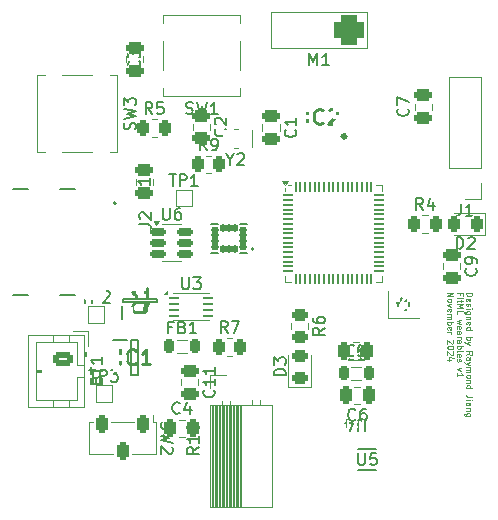
<source format=gbr>
%TF.GenerationSoftware,KiCad,Pcbnew,8.0.3*%
%TF.CreationDate,2024-11-24T21:53:37-06:00*%
%TF.ProjectId,wearable_som,77656172-6162-46c6-955f-736f6d2e6b69,rev?*%
%TF.SameCoordinates,Original*%
%TF.FileFunction,Legend,Top*%
%TF.FilePolarity,Positive*%
%FSLAX46Y46*%
G04 Gerber Fmt 4.6, Leading zero omitted, Abs format (unit mm)*
G04 Created by KiCad (PCBNEW 8.0.3) date 2024-11-24 21:53:37*
%MOMM*%
%LPD*%
G01*
G04 APERTURE LIST*
G04 Aperture macros list*
%AMRoundRect*
0 Rectangle with rounded corners*
0 $1 Rounding radius*
0 $2 $3 $4 $5 $6 $7 $8 $9 X,Y pos of 4 corners*
0 Add a 4 corners polygon primitive as box body*
4,1,4,$2,$3,$4,$5,$6,$7,$8,$9,$2,$3,0*
0 Add four circle primitives for the rounded corners*
1,1,$1+$1,$2,$3*
1,1,$1+$1,$4,$5*
1,1,$1+$1,$6,$7*
1,1,$1+$1,$8,$9*
0 Add four rect primitives between the rounded corners*
20,1,$1+$1,$2,$3,$4,$5,0*
20,1,$1+$1,$4,$5,$6,$7,0*
20,1,$1+$1,$6,$7,$8,$9,0*
20,1,$1+$1,$8,$9,$2,$3,0*%
G04 Aperture macros list end*
%ADD10C,0.050000*%
%ADD11C,0.150000*%
%ADD12C,0.254000*%
%ADD13C,0.120000*%
%ADD14C,0.200000*%
%ADD15C,0.127000*%
%ADD16C,0.325000*%
%ADD17C,0.152400*%
%ADD18C,0.010000*%
%ADD19RoundRect,0.243750X0.243750X0.456250X-0.243750X0.456250X-0.243750X-0.456250X0.243750X-0.456250X0*%
%ADD20R,0.279400X0.711200*%
%ADD21R,0.457200X0.254000*%
%ADD22R,1.000000X1.000000*%
%ADD23RoundRect,0.250000X0.475000X-0.250000X0.475000X0.250000X-0.475000X0.250000X-0.475000X-0.250000X0*%
%ADD24RoundRect,0.250000X-0.475000X0.250000X-0.475000X-0.250000X0.475000X-0.250000X0.475000X0.250000X0*%
%ADD25RoundRect,0.250000X-0.262500X-0.450000X0.262500X-0.450000X0.262500X0.450000X-0.262500X0.450000X0*%
%ADD26RoundRect,0.250000X-0.250000X-0.475000X0.250000X-0.475000X0.250000X0.475000X-0.250000X0.475000X0*%
%ADD27R,1.700000X1.700000*%
%ADD28O,1.700000X1.700000*%
%ADD29RoundRect,0.218750X-0.218750X-0.381250X0.218750X-0.381250X0.218750X0.381250X-0.218750X0.381250X0*%
%ADD30O,2.004000X1.204000*%
%ADD31O,2.304000X1.204000*%
%ADD32C,0.650000*%
%ADD33RoundRect,0.062500X-0.337500X-0.062500X0.337500X-0.062500X0.337500X0.062500X-0.337500X0.062500X0*%
%ADD34R,1.700000X1.400000*%
%ADD35RoundRect,0.250000X0.250000X0.550000X-0.250000X0.550000X-0.250000X-0.550000X0.250000X-0.550000X0*%
%ADD36RoundRect,0.102000X0.237500X0.125000X-0.237500X0.125000X-0.237500X-0.125000X0.237500X-0.125000X0*%
%ADD37RoundRect,0.102000X0.125000X0.237500X-0.125000X0.237500X-0.125000X-0.237500X0.125000X-0.237500X0*%
%ADD38RoundRect,0.150000X-0.512500X-0.150000X0.512500X-0.150000X0.512500X0.150000X-0.512500X0.150000X0*%
%ADD39R,0.650000X1.100000*%
%ADD40R,1.000000X2.750000*%
%ADD41RoundRect,0.250000X0.250000X0.475000X-0.250000X0.475000X-0.250000X-0.475000X0.250000X-0.475000X0*%
%ADD42RoundRect,0.650000X0.650000X0.650000X-0.650000X0.650000X-0.650000X-0.650000X0.650000X-0.650000X0*%
%ADD43C,2.600000*%
%ADD44R,0.950000X0.350000*%
%ADD45R,0.350000X0.950000*%
%ADD46RoundRect,0.250000X-0.625000X0.350000X-0.625000X-0.350000X0.625000X-0.350000X0.625000X0.350000X0*%
%ADD47O,1.750000X1.200000*%
%ADD48R,2.750000X1.000000*%
%ADD49RoundRect,0.243750X0.456250X-0.243750X0.456250X0.243750X-0.456250X0.243750X-0.456250X-0.243750X0*%
%ADD50RoundRect,0.062500X-0.400000X-0.062500X0.400000X-0.062500X0.400000X0.062500X-0.400000X0.062500X0*%
%ADD51RoundRect,0.062500X-0.062500X-0.400000X0.062500X-0.400000X0.062500X0.400000X-0.062500X0.400000X0*%
%ADD52R,6.400000X6.400000*%
%ADD53RoundRect,0.250000X-0.450000X0.262500X-0.450000X-0.262500X0.450000X-0.262500X0.450000X0.262500X0*%
%ADD54R,0.863600X1.600200*%
%ADD55R,1.200000X0.600000*%
%ADD56R,0.800000X1.500000*%
%ADD57R,0.900000X0.800000*%
G04 APERTURE END LIST*
D10*
X131448734Y-132851941D02*
X131948734Y-132851941D01*
X131948734Y-132851941D02*
X131948734Y-132970989D01*
X131948734Y-132970989D02*
X131924924Y-133042417D01*
X131924924Y-133042417D02*
X131877305Y-133090036D01*
X131877305Y-133090036D02*
X131829686Y-133113846D01*
X131829686Y-133113846D02*
X131734448Y-133137655D01*
X131734448Y-133137655D02*
X131663020Y-133137655D01*
X131663020Y-133137655D02*
X131567782Y-133113846D01*
X131567782Y-133113846D02*
X131520163Y-133090036D01*
X131520163Y-133090036D02*
X131472544Y-133042417D01*
X131472544Y-133042417D02*
X131448734Y-132970989D01*
X131448734Y-132970989D02*
X131448734Y-132851941D01*
X131472544Y-133542417D02*
X131448734Y-133494798D01*
X131448734Y-133494798D02*
X131448734Y-133399560D01*
X131448734Y-133399560D02*
X131472544Y-133351941D01*
X131472544Y-133351941D02*
X131520163Y-133328132D01*
X131520163Y-133328132D02*
X131710639Y-133328132D01*
X131710639Y-133328132D02*
X131758258Y-133351941D01*
X131758258Y-133351941D02*
X131782067Y-133399560D01*
X131782067Y-133399560D02*
X131782067Y-133494798D01*
X131782067Y-133494798D02*
X131758258Y-133542417D01*
X131758258Y-133542417D02*
X131710639Y-133566227D01*
X131710639Y-133566227D02*
X131663020Y-133566227D01*
X131663020Y-133566227D02*
X131615401Y-133328132D01*
X131472544Y-133756703D02*
X131448734Y-133804322D01*
X131448734Y-133804322D02*
X131448734Y-133899560D01*
X131448734Y-133899560D02*
X131472544Y-133947179D01*
X131472544Y-133947179D02*
X131520163Y-133970988D01*
X131520163Y-133970988D02*
X131543972Y-133970988D01*
X131543972Y-133970988D02*
X131591591Y-133947179D01*
X131591591Y-133947179D02*
X131615401Y-133899560D01*
X131615401Y-133899560D02*
X131615401Y-133828131D01*
X131615401Y-133828131D02*
X131639210Y-133780512D01*
X131639210Y-133780512D02*
X131686829Y-133756703D01*
X131686829Y-133756703D02*
X131710639Y-133756703D01*
X131710639Y-133756703D02*
X131758258Y-133780512D01*
X131758258Y-133780512D02*
X131782067Y-133828131D01*
X131782067Y-133828131D02*
X131782067Y-133899560D01*
X131782067Y-133899560D02*
X131758258Y-133947179D01*
X131448734Y-134185274D02*
X131782067Y-134185274D01*
X131948734Y-134185274D02*
X131924924Y-134161465D01*
X131924924Y-134161465D02*
X131901115Y-134185274D01*
X131901115Y-134185274D02*
X131924924Y-134209084D01*
X131924924Y-134209084D02*
X131948734Y-134185274D01*
X131948734Y-134185274D02*
X131901115Y-134185274D01*
X131782067Y-134637655D02*
X131377305Y-134637655D01*
X131377305Y-134637655D02*
X131329686Y-134613845D01*
X131329686Y-134613845D02*
X131305877Y-134590036D01*
X131305877Y-134590036D02*
X131282067Y-134542417D01*
X131282067Y-134542417D02*
X131282067Y-134470988D01*
X131282067Y-134470988D02*
X131305877Y-134423369D01*
X131472544Y-134637655D02*
X131448734Y-134590036D01*
X131448734Y-134590036D02*
X131448734Y-134494798D01*
X131448734Y-134494798D02*
X131472544Y-134447179D01*
X131472544Y-134447179D02*
X131496353Y-134423369D01*
X131496353Y-134423369D02*
X131543972Y-134399560D01*
X131543972Y-134399560D02*
X131686829Y-134399560D01*
X131686829Y-134399560D02*
X131734448Y-134423369D01*
X131734448Y-134423369D02*
X131758258Y-134447179D01*
X131758258Y-134447179D02*
X131782067Y-134494798D01*
X131782067Y-134494798D02*
X131782067Y-134590036D01*
X131782067Y-134590036D02*
X131758258Y-134637655D01*
X131782067Y-134875750D02*
X131448734Y-134875750D01*
X131734448Y-134875750D02*
X131758258Y-134899560D01*
X131758258Y-134899560D02*
X131782067Y-134947179D01*
X131782067Y-134947179D02*
X131782067Y-135018607D01*
X131782067Y-135018607D02*
X131758258Y-135066226D01*
X131758258Y-135066226D02*
X131710639Y-135090036D01*
X131710639Y-135090036D02*
X131448734Y-135090036D01*
X131472544Y-135518607D02*
X131448734Y-135470988D01*
X131448734Y-135470988D02*
X131448734Y-135375750D01*
X131448734Y-135375750D02*
X131472544Y-135328131D01*
X131472544Y-135328131D02*
X131520163Y-135304322D01*
X131520163Y-135304322D02*
X131710639Y-135304322D01*
X131710639Y-135304322D02*
X131758258Y-135328131D01*
X131758258Y-135328131D02*
X131782067Y-135375750D01*
X131782067Y-135375750D02*
X131782067Y-135470988D01*
X131782067Y-135470988D02*
X131758258Y-135518607D01*
X131758258Y-135518607D02*
X131710639Y-135542417D01*
X131710639Y-135542417D02*
X131663020Y-135542417D01*
X131663020Y-135542417D02*
X131615401Y-135304322D01*
X131448734Y-135970988D02*
X131948734Y-135970988D01*
X131472544Y-135970988D02*
X131448734Y-135923369D01*
X131448734Y-135923369D02*
X131448734Y-135828131D01*
X131448734Y-135828131D02*
X131472544Y-135780512D01*
X131472544Y-135780512D02*
X131496353Y-135756702D01*
X131496353Y-135756702D02*
X131543972Y-135732893D01*
X131543972Y-135732893D02*
X131686829Y-135732893D01*
X131686829Y-135732893D02*
X131734448Y-135756702D01*
X131734448Y-135756702D02*
X131758258Y-135780512D01*
X131758258Y-135780512D02*
X131782067Y-135828131D01*
X131782067Y-135828131D02*
X131782067Y-135923369D01*
X131782067Y-135923369D02*
X131758258Y-135970988D01*
X131448734Y-136590035D02*
X131948734Y-136590035D01*
X131758258Y-136590035D02*
X131782067Y-136637654D01*
X131782067Y-136637654D02*
X131782067Y-136732892D01*
X131782067Y-136732892D02*
X131758258Y-136780511D01*
X131758258Y-136780511D02*
X131734448Y-136804321D01*
X131734448Y-136804321D02*
X131686829Y-136828130D01*
X131686829Y-136828130D02*
X131543972Y-136828130D01*
X131543972Y-136828130D02*
X131496353Y-136804321D01*
X131496353Y-136804321D02*
X131472544Y-136780511D01*
X131472544Y-136780511D02*
X131448734Y-136732892D01*
X131448734Y-136732892D02*
X131448734Y-136637654D01*
X131448734Y-136637654D02*
X131472544Y-136590035D01*
X131782067Y-136994797D02*
X131448734Y-137113845D01*
X131782067Y-137232892D02*
X131448734Y-137113845D01*
X131448734Y-137113845D02*
X131329686Y-137066226D01*
X131329686Y-137066226D02*
X131305877Y-137042416D01*
X131305877Y-137042416D02*
X131282067Y-136994797D01*
X131448734Y-138090034D02*
X131686829Y-137923368D01*
X131448734Y-137804320D02*
X131948734Y-137804320D01*
X131948734Y-137804320D02*
X131948734Y-137994796D01*
X131948734Y-137994796D02*
X131924924Y-138042415D01*
X131924924Y-138042415D02*
X131901115Y-138066225D01*
X131901115Y-138066225D02*
X131853496Y-138090034D01*
X131853496Y-138090034D02*
X131782067Y-138090034D01*
X131782067Y-138090034D02*
X131734448Y-138066225D01*
X131734448Y-138066225D02*
X131710639Y-138042415D01*
X131710639Y-138042415D02*
X131686829Y-137994796D01*
X131686829Y-137994796D02*
X131686829Y-137804320D01*
X131448734Y-138518606D02*
X131710639Y-138518606D01*
X131710639Y-138518606D02*
X131758258Y-138494796D01*
X131758258Y-138494796D02*
X131782067Y-138447177D01*
X131782067Y-138447177D02*
X131782067Y-138351939D01*
X131782067Y-138351939D02*
X131758258Y-138304320D01*
X131472544Y-138518606D02*
X131448734Y-138470987D01*
X131448734Y-138470987D02*
X131448734Y-138351939D01*
X131448734Y-138351939D02*
X131472544Y-138304320D01*
X131472544Y-138304320D02*
X131520163Y-138280511D01*
X131520163Y-138280511D02*
X131567782Y-138280511D01*
X131567782Y-138280511D02*
X131615401Y-138304320D01*
X131615401Y-138304320D02*
X131639210Y-138351939D01*
X131639210Y-138351939D02*
X131639210Y-138470987D01*
X131639210Y-138470987D02*
X131663020Y-138518606D01*
X131782067Y-138709082D02*
X131448734Y-138828130D01*
X131782067Y-138947177D02*
X131448734Y-138828130D01*
X131448734Y-138828130D02*
X131329686Y-138780511D01*
X131329686Y-138780511D02*
X131305877Y-138756701D01*
X131305877Y-138756701D02*
X131282067Y-138709082D01*
X131448734Y-139137653D02*
X131782067Y-139137653D01*
X131734448Y-139137653D02*
X131758258Y-139161463D01*
X131758258Y-139161463D02*
X131782067Y-139209082D01*
X131782067Y-139209082D02*
X131782067Y-139280510D01*
X131782067Y-139280510D02*
X131758258Y-139328129D01*
X131758258Y-139328129D02*
X131710639Y-139351939D01*
X131710639Y-139351939D02*
X131448734Y-139351939D01*
X131710639Y-139351939D02*
X131758258Y-139375748D01*
X131758258Y-139375748D02*
X131782067Y-139423367D01*
X131782067Y-139423367D02*
X131782067Y-139494796D01*
X131782067Y-139494796D02*
X131758258Y-139542415D01*
X131758258Y-139542415D02*
X131710639Y-139566225D01*
X131710639Y-139566225D02*
X131448734Y-139566225D01*
X131448734Y-139875749D02*
X131472544Y-139828130D01*
X131472544Y-139828130D02*
X131496353Y-139804320D01*
X131496353Y-139804320D02*
X131543972Y-139780511D01*
X131543972Y-139780511D02*
X131686829Y-139780511D01*
X131686829Y-139780511D02*
X131734448Y-139804320D01*
X131734448Y-139804320D02*
X131758258Y-139828130D01*
X131758258Y-139828130D02*
X131782067Y-139875749D01*
X131782067Y-139875749D02*
X131782067Y-139947177D01*
X131782067Y-139947177D02*
X131758258Y-139994796D01*
X131758258Y-139994796D02*
X131734448Y-140018606D01*
X131734448Y-140018606D02*
X131686829Y-140042415D01*
X131686829Y-140042415D02*
X131543972Y-140042415D01*
X131543972Y-140042415D02*
X131496353Y-140018606D01*
X131496353Y-140018606D02*
X131472544Y-139994796D01*
X131472544Y-139994796D02*
X131448734Y-139947177D01*
X131448734Y-139947177D02*
X131448734Y-139875749D01*
X131782067Y-140256701D02*
X131448734Y-140256701D01*
X131734448Y-140256701D02*
X131758258Y-140280511D01*
X131758258Y-140280511D02*
X131782067Y-140328130D01*
X131782067Y-140328130D02*
X131782067Y-140399558D01*
X131782067Y-140399558D02*
X131758258Y-140447177D01*
X131758258Y-140447177D02*
X131710639Y-140470987D01*
X131710639Y-140470987D02*
X131448734Y-140470987D01*
X131448734Y-140923368D02*
X131948734Y-140923368D01*
X131472544Y-140923368D02*
X131448734Y-140875749D01*
X131448734Y-140875749D02*
X131448734Y-140780511D01*
X131448734Y-140780511D02*
X131472544Y-140732892D01*
X131472544Y-140732892D02*
X131496353Y-140709082D01*
X131496353Y-140709082D02*
X131543972Y-140685273D01*
X131543972Y-140685273D02*
X131686829Y-140685273D01*
X131686829Y-140685273D02*
X131734448Y-140709082D01*
X131734448Y-140709082D02*
X131758258Y-140732892D01*
X131758258Y-140732892D02*
X131782067Y-140780511D01*
X131782067Y-140780511D02*
X131782067Y-140875749D01*
X131782067Y-140875749D02*
X131758258Y-140923368D01*
X131948734Y-141685272D02*
X131591591Y-141685272D01*
X131591591Y-141685272D02*
X131520163Y-141661463D01*
X131520163Y-141661463D02*
X131472544Y-141613844D01*
X131472544Y-141613844D02*
X131448734Y-141542415D01*
X131448734Y-141542415D02*
X131448734Y-141494796D01*
X131448734Y-141923367D02*
X131782067Y-141923367D01*
X131948734Y-141923367D02*
X131924924Y-141899558D01*
X131924924Y-141899558D02*
X131901115Y-141923367D01*
X131901115Y-141923367D02*
X131924924Y-141947177D01*
X131924924Y-141947177D02*
X131948734Y-141923367D01*
X131948734Y-141923367D02*
X131901115Y-141923367D01*
X131448734Y-142375748D02*
X131710639Y-142375748D01*
X131710639Y-142375748D02*
X131758258Y-142351938D01*
X131758258Y-142351938D02*
X131782067Y-142304319D01*
X131782067Y-142304319D02*
X131782067Y-142209081D01*
X131782067Y-142209081D02*
X131758258Y-142161462D01*
X131472544Y-142375748D02*
X131448734Y-142328129D01*
X131448734Y-142328129D02*
X131448734Y-142209081D01*
X131448734Y-142209081D02*
X131472544Y-142161462D01*
X131472544Y-142161462D02*
X131520163Y-142137653D01*
X131520163Y-142137653D02*
X131567782Y-142137653D01*
X131567782Y-142137653D02*
X131615401Y-142161462D01*
X131615401Y-142161462D02*
X131639210Y-142209081D01*
X131639210Y-142209081D02*
X131639210Y-142328129D01*
X131639210Y-142328129D02*
X131663020Y-142375748D01*
X131782067Y-142613843D02*
X131448734Y-142613843D01*
X131734448Y-142613843D02*
X131758258Y-142637653D01*
X131758258Y-142637653D02*
X131782067Y-142685272D01*
X131782067Y-142685272D02*
X131782067Y-142756700D01*
X131782067Y-142756700D02*
X131758258Y-142804319D01*
X131758258Y-142804319D02*
X131710639Y-142828129D01*
X131710639Y-142828129D02*
X131448734Y-142828129D01*
X131782067Y-143280510D02*
X131377305Y-143280510D01*
X131377305Y-143280510D02*
X131329686Y-143256700D01*
X131329686Y-143256700D02*
X131305877Y-143232891D01*
X131305877Y-143232891D02*
X131282067Y-143185272D01*
X131282067Y-143185272D02*
X131282067Y-143113843D01*
X131282067Y-143113843D02*
X131305877Y-143066224D01*
X131472544Y-143280510D02*
X131448734Y-143232891D01*
X131448734Y-143232891D02*
X131448734Y-143137653D01*
X131448734Y-143137653D02*
X131472544Y-143090034D01*
X131472544Y-143090034D02*
X131496353Y-143066224D01*
X131496353Y-143066224D02*
X131543972Y-143042415D01*
X131543972Y-143042415D02*
X131686829Y-143042415D01*
X131686829Y-143042415D02*
X131734448Y-143066224D01*
X131734448Y-143066224D02*
X131758258Y-143090034D01*
X131758258Y-143090034D02*
X131782067Y-143137653D01*
X131782067Y-143137653D02*
X131782067Y-143232891D01*
X131782067Y-143232891D02*
X131758258Y-143280510D01*
X130905667Y-133018608D02*
X130905667Y-132851941D01*
X130643762Y-132851941D02*
X131143762Y-132851941D01*
X131143762Y-132851941D02*
X131143762Y-133090036D01*
X130643762Y-133280512D02*
X130977095Y-133280512D01*
X131143762Y-133280512D02*
X131119952Y-133256703D01*
X131119952Y-133256703D02*
X131096143Y-133280512D01*
X131096143Y-133280512D02*
X131119952Y-133304322D01*
X131119952Y-133304322D02*
X131143762Y-133280512D01*
X131143762Y-133280512D02*
X131096143Y-133280512D01*
X130977095Y-133447179D02*
X130977095Y-133637655D01*
X131143762Y-133518607D02*
X130715191Y-133518607D01*
X130715191Y-133518607D02*
X130667572Y-133542417D01*
X130667572Y-133542417D02*
X130643762Y-133590036D01*
X130643762Y-133590036D02*
X130643762Y-133637655D01*
X130643762Y-133804321D02*
X131143762Y-133804321D01*
X131143762Y-133804321D02*
X130786619Y-133970988D01*
X130786619Y-133970988D02*
X131143762Y-134137654D01*
X131143762Y-134137654D02*
X130643762Y-134137654D01*
X130643762Y-134613845D02*
X130643762Y-134375750D01*
X130643762Y-134375750D02*
X131143762Y-134375750D01*
X130977095Y-135113845D02*
X130643762Y-135209083D01*
X130643762Y-135209083D02*
X130881857Y-135304321D01*
X130881857Y-135304321D02*
X130643762Y-135399559D01*
X130643762Y-135399559D02*
X130977095Y-135494797D01*
X130667572Y-135875750D02*
X130643762Y-135828131D01*
X130643762Y-135828131D02*
X130643762Y-135732893D01*
X130643762Y-135732893D02*
X130667572Y-135685274D01*
X130667572Y-135685274D02*
X130715191Y-135661465D01*
X130715191Y-135661465D02*
X130905667Y-135661465D01*
X130905667Y-135661465D02*
X130953286Y-135685274D01*
X130953286Y-135685274D02*
X130977095Y-135732893D01*
X130977095Y-135732893D02*
X130977095Y-135828131D01*
X130977095Y-135828131D02*
X130953286Y-135875750D01*
X130953286Y-135875750D02*
X130905667Y-135899560D01*
X130905667Y-135899560D02*
X130858048Y-135899560D01*
X130858048Y-135899560D02*
X130810429Y-135661465D01*
X130643762Y-136328131D02*
X130905667Y-136328131D01*
X130905667Y-136328131D02*
X130953286Y-136304321D01*
X130953286Y-136304321D02*
X130977095Y-136256702D01*
X130977095Y-136256702D02*
X130977095Y-136161464D01*
X130977095Y-136161464D02*
X130953286Y-136113845D01*
X130667572Y-136328131D02*
X130643762Y-136280512D01*
X130643762Y-136280512D02*
X130643762Y-136161464D01*
X130643762Y-136161464D02*
X130667572Y-136113845D01*
X130667572Y-136113845D02*
X130715191Y-136090036D01*
X130715191Y-136090036D02*
X130762810Y-136090036D01*
X130762810Y-136090036D02*
X130810429Y-136113845D01*
X130810429Y-136113845D02*
X130834238Y-136161464D01*
X130834238Y-136161464D02*
X130834238Y-136280512D01*
X130834238Y-136280512D02*
X130858048Y-136328131D01*
X130643762Y-136566226D02*
X130977095Y-136566226D01*
X130881857Y-136566226D02*
X130929476Y-136590036D01*
X130929476Y-136590036D02*
X130953286Y-136613845D01*
X130953286Y-136613845D02*
X130977095Y-136661464D01*
X130977095Y-136661464D02*
X130977095Y-136709083D01*
X130643762Y-137090036D02*
X130905667Y-137090036D01*
X130905667Y-137090036D02*
X130953286Y-137066226D01*
X130953286Y-137066226D02*
X130977095Y-137018607D01*
X130977095Y-137018607D02*
X130977095Y-136923369D01*
X130977095Y-136923369D02*
X130953286Y-136875750D01*
X130667572Y-137090036D02*
X130643762Y-137042417D01*
X130643762Y-137042417D02*
X130643762Y-136923369D01*
X130643762Y-136923369D02*
X130667572Y-136875750D01*
X130667572Y-136875750D02*
X130715191Y-136851941D01*
X130715191Y-136851941D02*
X130762810Y-136851941D01*
X130762810Y-136851941D02*
X130810429Y-136875750D01*
X130810429Y-136875750D02*
X130834238Y-136923369D01*
X130834238Y-136923369D02*
X130834238Y-137042417D01*
X130834238Y-137042417D02*
X130858048Y-137090036D01*
X130643762Y-137328131D02*
X131143762Y-137328131D01*
X130953286Y-137328131D02*
X130977095Y-137375750D01*
X130977095Y-137375750D02*
X130977095Y-137470988D01*
X130977095Y-137470988D02*
X130953286Y-137518607D01*
X130953286Y-137518607D02*
X130929476Y-137542417D01*
X130929476Y-137542417D02*
X130881857Y-137566226D01*
X130881857Y-137566226D02*
X130739000Y-137566226D01*
X130739000Y-137566226D02*
X130691381Y-137542417D01*
X130691381Y-137542417D02*
X130667572Y-137518607D01*
X130667572Y-137518607D02*
X130643762Y-137470988D01*
X130643762Y-137470988D02*
X130643762Y-137375750D01*
X130643762Y-137375750D02*
X130667572Y-137328131D01*
X130643762Y-137851941D02*
X130667572Y-137804322D01*
X130667572Y-137804322D02*
X130715191Y-137780512D01*
X130715191Y-137780512D02*
X131143762Y-137780512D01*
X130667572Y-138232893D02*
X130643762Y-138185274D01*
X130643762Y-138185274D02*
X130643762Y-138090036D01*
X130643762Y-138090036D02*
X130667572Y-138042417D01*
X130667572Y-138042417D02*
X130715191Y-138018608D01*
X130715191Y-138018608D02*
X130905667Y-138018608D01*
X130905667Y-138018608D02*
X130953286Y-138042417D01*
X130953286Y-138042417D02*
X130977095Y-138090036D01*
X130977095Y-138090036D02*
X130977095Y-138185274D01*
X130977095Y-138185274D02*
X130953286Y-138232893D01*
X130953286Y-138232893D02*
X130905667Y-138256703D01*
X130905667Y-138256703D02*
X130858048Y-138256703D01*
X130858048Y-138256703D02*
X130810429Y-138018608D01*
X130667572Y-138447179D02*
X130643762Y-138494798D01*
X130643762Y-138494798D02*
X130643762Y-138590036D01*
X130643762Y-138590036D02*
X130667572Y-138637655D01*
X130667572Y-138637655D02*
X130715191Y-138661464D01*
X130715191Y-138661464D02*
X130739000Y-138661464D01*
X130739000Y-138661464D02*
X130786619Y-138637655D01*
X130786619Y-138637655D02*
X130810429Y-138590036D01*
X130810429Y-138590036D02*
X130810429Y-138518607D01*
X130810429Y-138518607D02*
X130834238Y-138470988D01*
X130834238Y-138470988D02*
X130881857Y-138447179D01*
X130881857Y-138447179D02*
X130905667Y-138447179D01*
X130905667Y-138447179D02*
X130953286Y-138470988D01*
X130953286Y-138470988D02*
X130977095Y-138518607D01*
X130977095Y-138518607D02*
X130977095Y-138590036D01*
X130977095Y-138590036D02*
X130953286Y-138637655D01*
X130977095Y-139209083D02*
X130643762Y-139328131D01*
X130643762Y-139328131D02*
X130977095Y-139447178D01*
X130643762Y-139899559D02*
X130643762Y-139613845D01*
X130643762Y-139756702D02*
X131143762Y-139756702D01*
X131143762Y-139756702D02*
X131072333Y-139709083D01*
X131072333Y-139709083D02*
X131024714Y-139661464D01*
X131024714Y-139661464D02*
X131000905Y-139613845D01*
X129838790Y-132851941D02*
X130338790Y-132851941D01*
X130338790Y-132851941D02*
X129838790Y-133137655D01*
X129838790Y-133137655D02*
X130338790Y-133137655D01*
X129838790Y-133447180D02*
X129862600Y-133399561D01*
X129862600Y-133399561D02*
X129886409Y-133375751D01*
X129886409Y-133375751D02*
X129934028Y-133351942D01*
X129934028Y-133351942D02*
X130076885Y-133351942D01*
X130076885Y-133351942D02*
X130124504Y-133375751D01*
X130124504Y-133375751D02*
X130148314Y-133399561D01*
X130148314Y-133399561D02*
X130172123Y-133447180D01*
X130172123Y-133447180D02*
X130172123Y-133518608D01*
X130172123Y-133518608D02*
X130148314Y-133566227D01*
X130148314Y-133566227D02*
X130124504Y-133590037D01*
X130124504Y-133590037D02*
X130076885Y-133613846D01*
X130076885Y-133613846D02*
X129934028Y-133613846D01*
X129934028Y-133613846D02*
X129886409Y-133590037D01*
X129886409Y-133590037D02*
X129862600Y-133566227D01*
X129862600Y-133566227D02*
X129838790Y-133518608D01*
X129838790Y-133518608D02*
X129838790Y-133447180D01*
X130172123Y-133780513D02*
X129838790Y-133899561D01*
X129838790Y-133899561D02*
X130172123Y-134018608D01*
X129862600Y-134399560D02*
X129838790Y-134351941D01*
X129838790Y-134351941D02*
X129838790Y-134256703D01*
X129838790Y-134256703D02*
X129862600Y-134209084D01*
X129862600Y-134209084D02*
X129910219Y-134185275D01*
X129910219Y-134185275D02*
X130100695Y-134185275D01*
X130100695Y-134185275D02*
X130148314Y-134209084D01*
X130148314Y-134209084D02*
X130172123Y-134256703D01*
X130172123Y-134256703D02*
X130172123Y-134351941D01*
X130172123Y-134351941D02*
X130148314Y-134399560D01*
X130148314Y-134399560D02*
X130100695Y-134423370D01*
X130100695Y-134423370D02*
X130053076Y-134423370D01*
X130053076Y-134423370D02*
X130005457Y-134185275D01*
X129838790Y-134637655D02*
X130172123Y-134637655D01*
X130124504Y-134637655D02*
X130148314Y-134661465D01*
X130148314Y-134661465D02*
X130172123Y-134709084D01*
X130172123Y-134709084D02*
X130172123Y-134780512D01*
X130172123Y-134780512D02*
X130148314Y-134828131D01*
X130148314Y-134828131D02*
X130100695Y-134851941D01*
X130100695Y-134851941D02*
X129838790Y-134851941D01*
X130100695Y-134851941D02*
X130148314Y-134875750D01*
X130148314Y-134875750D02*
X130172123Y-134923369D01*
X130172123Y-134923369D02*
X130172123Y-134994798D01*
X130172123Y-134994798D02*
X130148314Y-135042417D01*
X130148314Y-135042417D02*
X130100695Y-135066227D01*
X130100695Y-135066227D02*
X129838790Y-135066227D01*
X129838790Y-135304322D02*
X130338790Y-135304322D01*
X130148314Y-135304322D02*
X130172123Y-135351941D01*
X130172123Y-135351941D02*
X130172123Y-135447179D01*
X130172123Y-135447179D02*
X130148314Y-135494798D01*
X130148314Y-135494798D02*
X130124504Y-135518608D01*
X130124504Y-135518608D02*
X130076885Y-135542417D01*
X130076885Y-135542417D02*
X129934028Y-135542417D01*
X129934028Y-135542417D02*
X129886409Y-135518608D01*
X129886409Y-135518608D02*
X129862600Y-135494798D01*
X129862600Y-135494798D02*
X129838790Y-135447179D01*
X129838790Y-135447179D02*
X129838790Y-135351941D01*
X129838790Y-135351941D02*
X129862600Y-135304322D01*
X129862600Y-135947179D02*
X129838790Y-135899560D01*
X129838790Y-135899560D02*
X129838790Y-135804322D01*
X129838790Y-135804322D02*
X129862600Y-135756703D01*
X129862600Y-135756703D02*
X129910219Y-135732894D01*
X129910219Y-135732894D02*
X130100695Y-135732894D01*
X130100695Y-135732894D02*
X130148314Y-135756703D01*
X130148314Y-135756703D02*
X130172123Y-135804322D01*
X130172123Y-135804322D02*
X130172123Y-135899560D01*
X130172123Y-135899560D02*
X130148314Y-135947179D01*
X130148314Y-135947179D02*
X130100695Y-135970989D01*
X130100695Y-135970989D02*
X130053076Y-135970989D01*
X130053076Y-135970989D02*
X130005457Y-135732894D01*
X129838790Y-136185274D02*
X130172123Y-136185274D01*
X130076885Y-136185274D02*
X130124504Y-136209084D01*
X130124504Y-136209084D02*
X130148314Y-136232893D01*
X130148314Y-136232893D02*
X130172123Y-136280512D01*
X130172123Y-136280512D02*
X130172123Y-136328131D01*
X130291171Y-136851941D02*
X130314980Y-136875750D01*
X130314980Y-136875750D02*
X130338790Y-136923369D01*
X130338790Y-136923369D02*
X130338790Y-137042417D01*
X130338790Y-137042417D02*
X130314980Y-137090036D01*
X130314980Y-137090036D02*
X130291171Y-137113845D01*
X130291171Y-137113845D02*
X130243552Y-137137655D01*
X130243552Y-137137655D02*
X130195933Y-137137655D01*
X130195933Y-137137655D02*
X130124504Y-137113845D01*
X130124504Y-137113845D02*
X129838790Y-136828131D01*
X129838790Y-136828131D02*
X129838790Y-137137655D01*
X130338790Y-137447178D02*
X130338790Y-137494797D01*
X130338790Y-137494797D02*
X130314980Y-137542416D01*
X130314980Y-137542416D02*
X130291171Y-137566226D01*
X130291171Y-137566226D02*
X130243552Y-137590035D01*
X130243552Y-137590035D02*
X130148314Y-137613845D01*
X130148314Y-137613845D02*
X130029266Y-137613845D01*
X130029266Y-137613845D02*
X129934028Y-137590035D01*
X129934028Y-137590035D02*
X129886409Y-137566226D01*
X129886409Y-137566226D02*
X129862600Y-137542416D01*
X129862600Y-137542416D02*
X129838790Y-137494797D01*
X129838790Y-137494797D02*
X129838790Y-137447178D01*
X129838790Y-137447178D02*
X129862600Y-137399559D01*
X129862600Y-137399559D02*
X129886409Y-137375750D01*
X129886409Y-137375750D02*
X129934028Y-137351940D01*
X129934028Y-137351940D02*
X130029266Y-137328131D01*
X130029266Y-137328131D02*
X130148314Y-137328131D01*
X130148314Y-137328131D02*
X130243552Y-137351940D01*
X130243552Y-137351940D02*
X130291171Y-137375750D01*
X130291171Y-137375750D02*
X130314980Y-137399559D01*
X130314980Y-137399559D02*
X130338790Y-137447178D01*
X130291171Y-137804321D02*
X130314980Y-137828130D01*
X130314980Y-137828130D02*
X130338790Y-137875749D01*
X130338790Y-137875749D02*
X130338790Y-137994797D01*
X130338790Y-137994797D02*
X130314980Y-138042416D01*
X130314980Y-138042416D02*
X130291171Y-138066225D01*
X130291171Y-138066225D02*
X130243552Y-138090035D01*
X130243552Y-138090035D02*
X130195933Y-138090035D01*
X130195933Y-138090035D02*
X130124504Y-138066225D01*
X130124504Y-138066225D02*
X129838790Y-137780511D01*
X129838790Y-137780511D02*
X129838790Y-138090035D01*
X130172123Y-138518606D02*
X129838790Y-138518606D01*
X130362600Y-138399558D02*
X130005457Y-138280511D01*
X130005457Y-138280511D02*
X130005457Y-138590034D01*
D11*
X130636905Y-129129819D02*
X130636905Y-128129819D01*
X130636905Y-128129819D02*
X130875000Y-128129819D01*
X130875000Y-128129819D02*
X131017857Y-128177438D01*
X131017857Y-128177438D02*
X131113095Y-128272676D01*
X131113095Y-128272676D02*
X131160714Y-128367914D01*
X131160714Y-128367914D02*
X131208333Y-128558390D01*
X131208333Y-128558390D02*
X131208333Y-128701247D01*
X131208333Y-128701247D02*
X131160714Y-128891723D01*
X131160714Y-128891723D02*
X131113095Y-128986961D01*
X131113095Y-128986961D02*
X131017857Y-129082200D01*
X131017857Y-129082200D02*
X130875000Y-129129819D01*
X130875000Y-129129819D02*
X130636905Y-129129819D01*
X131589286Y-128225057D02*
X131636905Y-128177438D01*
X131636905Y-128177438D02*
X131732143Y-128129819D01*
X131732143Y-128129819D02*
X131970238Y-128129819D01*
X131970238Y-128129819D02*
X132065476Y-128177438D01*
X132065476Y-128177438D02*
X132113095Y-128225057D01*
X132113095Y-128225057D02*
X132160714Y-128320295D01*
X132160714Y-128320295D02*
X132160714Y-128415533D01*
X132160714Y-128415533D02*
X132113095Y-128558390D01*
X132113095Y-128558390D02*
X131541667Y-129129819D01*
X131541667Y-129129819D02*
X132160714Y-129129819D01*
X122836904Y-144520180D02*
X122836904Y-143710657D01*
X122836904Y-143710657D02*
X122789285Y-143615419D01*
X122789285Y-143615419D02*
X122741666Y-143567800D01*
X122741666Y-143567800D02*
X122646428Y-143520180D01*
X122646428Y-143520180D02*
X122455952Y-143520180D01*
X122455952Y-143520180D02*
X122360714Y-143567800D01*
X122360714Y-143567800D02*
X122313095Y-143615419D01*
X122313095Y-143615419D02*
X122265476Y-143710657D01*
X122265476Y-143710657D02*
X122265476Y-144520180D01*
X121360714Y-144186847D02*
X121360714Y-143520180D01*
X121598809Y-144567800D02*
X121836904Y-143853514D01*
X121836904Y-143853514D02*
X121217857Y-143853514D01*
X106288095Y-122806819D02*
X106859523Y-122806819D01*
X106573809Y-123806819D02*
X106573809Y-122806819D01*
X107192857Y-123806819D02*
X107192857Y-122806819D01*
X107192857Y-122806819D02*
X107573809Y-122806819D01*
X107573809Y-122806819D02*
X107669047Y-122854438D01*
X107669047Y-122854438D02*
X107716666Y-122902057D01*
X107716666Y-122902057D02*
X107764285Y-122997295D01*
X107764285Y-122997295D02*
X107764285Y-123140152D01*
X107764285Y-123140152D02*
X107716666Y-123235390D01*
X107716666Y-123235390D02*
X107669047Y-123283009D01*
X107669047Y-123283009D02*
X107573809Y-123330628D01*
X107573809Y-123330628D02*
X107192857Y-123330628D01*
X108716666Y-123806819D02*
X108145238Y-123806819D01*
X108430952Y-123806819D02*
X108430952Y-122806819D01*
X108430952Y-122806819D02*
X108335714Y-122949676D01*
X108335714Y-122949676D02*
X108240476Y-123044914D01*
X108240476Y-123044914D02*
X108145238Y-123092533D01*
X104534580Y-124067857D02*
X104582200Y-124115476D01*
X104582200Y-124115476D02*
X104629819Y-124258333D01*
X104629819Y-124258333D02*
X104629819Y-124353571D01*
X104629819Y-124353571D02*
X104582200Y-124496428D01*
X104582200Y-124496428D02*
X104486961Y-124591666D01*
X104486961Y-124591666D02*
X104391723Y-124639285D01*
X104391723Y-124639285D02*
X104201247Y-124686904D01*
X104201247Y-124686904D02*
X104058390Y-124686904D01*
X104058390Y-124686904D02*
X103867914Y-124639285D01*
X103867914Y-124639285D02*
X103772676Y-124591666D01*
X103772676Y-124591666D02*
X103677438Y-124496428D01*
X103677438Y-124496428D02*
X103629819Y-124353571D01*
X103629819Y-124353571D02*
X103629819Y-124258333D01*
X103629819Y-124258333D02*
X103677438Y-124115476D01*
X103677438Y-124115476D02*
X103725057Y-124067857D01*
X104629819Y-123115476D02*
X104629819Y-123686904D01*
X104629819Y-123401190D02*
X103629819Y-123401190D01*
X103629819Y-123401190D02*
X103772676Y-123496428D01*
X103772676Y-123496428D02*
X103867914Y-123591666D01*
X103867914Y-123591666D02*
X103915533Y-123686904D01*
X103629819Y-122496428D02*
X103629819Y-122401190D01*
X103629819Y-122401190D02*
X103677438Y-122305952D01*
X103677438Y-122305952D02*
X103725057Y-122258333D01*
X103725057Y-122258333D02*
X103820295Y-122210714D01*
X103820295Y-122210714D02*
X104010771Y-122163095D01*
X104010771Y-122163095D02*
X104248866Y-122163095D01*
X104248866Y-122163095D02*
X104439342Y-122210714D01*
X104439342Y-122210714D02*
X104534580Y-122258333D01*
X104534580Y-122258333D02*
X104582200Y-122305952D01*
X104582200Y-122305952D02*
X104629819Y-122401190D01*
X104629819Y-122401190D02*
X104629819Y-122496428D01*
X104629819Y-122496428D02*
X104582200Y-122591666D01*
X104582200Y-122591666D02*
X104534580Y-122639285D01*
X104534580Y-122639285D02*
X104439342Y-122686904D01*
X104439342Y-122686904D02*
X104248866Y-122734523D01*
X104248866Y-122734523D02*
X104010771Y-122734523D01*
X104010771Y-122734523D02*
X103820295Y-122686904D01*
X103820295Y-122686904D02*
X103725057Y-122639285D01*
X103725057Y-122639285D02*
X103677438Y-122591666D01*
X103677438Y-122591666D02*
X103629819Y-122496428D01*
X111039580Y-118966666D02*
X111087200Y-119014285D01*
X111087200Y-119014285D02*
X111134819Y-119157142D01*
X111134819Y-119157142D02*
X111134819Y-119252380D01*
X111134819Y-119252380D02*
X111087200Y-119395237D01*
X111087200Y-119395237D02*
X110991961Y-119490475D01*
X110991961Y-119490475D02*
X110896723Y-119538094D01*
X110896723Y-119538094D02*
X110706247Y-119585713D01*
X110706247Y-119585713D02*
X110563390Y-119585713D01*
X110563390Y-119585713D02*
X110372914Y-119538094D01*
X110372914Y-119538094D02*
X110277676Y-119490475D01*
X110277676Y-119490475D02*
X110182438Y-119395237D01*
X110182438Y-119395237D02*
X110134819Y-119252380D01*
X110134819Y-119252380D02*
X110134819Y-119157142D01*
X110134819Y-119157142D02*
X110182438Y-119014285D01*
X110182438Y-119014285D02*
X110230057Y-118966666D01*
X110230057Y-118585713D02*
X110182438Y-118538094D01*
X110182438Y-118538094D02*
X110134819Y-118442856D01*
X110134819Y-118442856D02*
X110134819Y-118204761D01*
X110134819Y-118204761D02*
X110182438Y-118109523D01*
X110182438Y-118109523D02*
X110230057Y-118061904D01*
X110230057Y-118061904D02*
X110325295Y-118014285D01*
X110325295Y-118014285D02*
X110420533Y-118014285D01*
X110420533Y-118014285D02*
X110563390Y-118061904D01*
X110563390Y-118061904D02*
X111134819Y-118633332D01*
X111134819Y-118633332D02*
X111134819Y-118014285D01*
X127783333Y-125829819D02*
X127450000Y-125353628D01*
X127211905Y-125829819D02*
X127211905Y-124829819D01*
X127211905Y-124829819D02*
X127592857Y-124829819D01*
X127592857Y-124829819D02*
X127688095Y-124877438D01*
X127688095Y-124877438D02*
X127735714Y-124925057D01*
X127735714Y-124925057D02*
X127783333Y-125020295D01*
X127783333Y-125020295D02*
X127783333Y-125163152D01*
X127783333Y-125163152D02*
X127735714Y-125258390D01*
X127735714Y-125258390D02*
X127688095Y-125306009D01*
X127688095Y-125306009D02*
X127592857Y-125353628D01*
X127592857Y-125353628D02*
X127211905Y-125353628D01*
X128640476Y-125163152D02*
X128640476Y-125829819D01*
X128402381Y-124782200D02*
X128164286Y-125496485D01*
X128164286Y-125496485D02*
X128783333Y-125496485D01*
X121908333Y-138134580D02*
X121860714Y-138182200D01*
X121860714Y-138182200D02*
X121717857Y-138229819D01*
X121717857Y-138229819D02*
X121622619Y-138229819D01*
X121622619Y-138229819D02*
X121479762Y-138182200D01*
X121479762Y-138182200D02*
X121384524Y-138086961D01*
X121384524Y-138086961D02*
X121336905Y-137991723D01*
X121336905Y-137991723D02*
X121289286Y-137801247D01*
X121289286Y-137801247D02*
X121289286Y-137658390D01*
X121289286Y-137658390D02*
X121336905Y-137467914D01*
X121336905Y-137467914D02*
X121384524Y-137372676D01*
X121384524Y-137372676D02*
X121479762Y-137277438D01*
X121479762Y-137277438D02*
X121622619Y-137229819D01*
X121622619Y-137229819D02*
X121717857Y-137229819D01*
X121717857Y-137229819D02*
X121860714Y-137277438D01*
X121860714Y-137277438D02*
X121908333Y-137325057D01*
X122813095Y-137229819D02*
X122336905Y-137229819D01*
X122336905Y-137229819D02*
X122289286Y-137706009D01*
X122289286Y-137706009D02*
X122336905Y-137658390D01*
X122336905Y-137658390D02*
X122432143Y-137610771D01*
X122432143Y-137610771D02*
X122670238Y-137610771D01*
X122670238Y-137610771D02*
X122765476Y-137658390D01*
X122765476Y-137658390D02*
X122813095Y-137706009D01*
X122813095Y-137706009D02*
X122860714Y-137801247D01*
X122860714Y-137801247D02*
X122860714Y-138039342D01*
X122860714Y-138039342D02*
X122813095Y-138134580D01*
X122813095Y-138134580D02*
X122765476Y-138182200D01*
X122765476Y-138182200D02*
X122670238Y-138229819D01*
X122670238Y-138229819D02*
X122432143Y-138229819D01*
X122432143Y-138229819D02*
X122336905Y-138182200D01*
X122336905Y-138182200D02*
X122289286Y-138134580D01*
X126479580Y-117241666D02*
X126527200Y-117289285D01*
X126527200Y-117289285D02*
X126574819Y-117432142D01*
X126574819Y-117432142D02*
X126574819Y-117527380D01*
X126574819Y-117527380D02*
X126527200Y-117670237D01*
X126527200Y-117670237D02*
X126431961Y-117765475D01*
X126431961Y-117765475D02*
X126336723Y-117813094D01*
X126336723Y-117813094D02*
X126146247Y-117860713D01*
X126146247Y-117860713D02*
X126003390Y-117860713D01*
X126003390Y-117860713D02*
X125812914Y-117813094D01*
X125812914Y-117813094D02*
X125717676Y-117765475D01*
X125717676Y-117765475D02*
X125622438Y-117670237D01*
X125622438Y-117670237D02*
X125574819Y-117527380D01*
X125574819Y-117527380D02*
X125574819Y-117432142D01*
X125574819Y-117432142D02*
X125622438Y-117289285D01*
X125622438Y-117289285D02*
X125670057Y-117241666D01*
X125574819Y-116908332D02*
X125574819Y-116241666D01*
X125574819Y-116241666D02*
X126574819Y-116670237D01*
X130991666Y-125329819D02*
X130991666Y-126044104D01*
X130991666Y-126044104D02*
X130944047Y-126186961D01*
X130944047Y-126186961D02*
X130848809Y-126282200D01*
X130848809Y-126282200D02*
X130705952Y-126329819D01*
X130705952Y-126329819D02*
X130610714Y-126329819D01*
X131991666Y-126329819D02*
X131420238Y-126329819D01*
X131705952Y-126329819D02*
X131705952Y-125329819D01*
X131705952Y-125329819D02*
X131610714Y-125472676D01*
X131610714Y-125472676D02*
X131515476Y-125567914D01*
X131515476Y-125567914D02*
X131420238Y-125615533D01*
X106541666Y-135756009D02*
X106208333Y-135756009D01*
X106208333Y-136279819D02*
X106208333Y-135279819D01*
X106208333Y-135279819D02*
X106684523Y-135279819D01*
X107398809Y-135756009D02*
X107541666Y-135803628D01*
X107541666Y-135803628D02*
X107589285Y-135851247D01*
X107589285Y-135851247D02*
X107636904Y-135946485D01*
X107636904Y-135946485D02*
X107636904Y-136089342D01*
X107636904Y-136089342D02*
X107589285Y-136184580D01*
X107589285Y-136184580D02*
X107541666Y-136232200D01*
X107541666Y-136232200D02*
X107446428Y-136279819D01*
X107446428Y-136279819D02*
X107065476Y-136279819D01*
X107065476Y-136279819D02*
X107065476Y-135279819D01*
X107065476Y-135279819D02*
X107398809Y-135279819D01*
X107398809Y-135279819D02*
X107494047Y-135327438D01*
X107494047Y-135327438D02*
X107541666Y-135375057D01*
X107541666Y-135375057D02*
X107589285Y-135470295D01*
X107589285Y-135470295D02*
X107589285Y-135565533D01*
X107589285Y-135565533D02*
X107541666Y-135660771D01*
X107541666Y-135660771D02*
X107494047Y-135708390D01*
X107494047Y-135708390D02*
X107398809Y-135756009D01*
X107398809Y-135756009D02*
X107065476Y-135756009D01*
X108589285Y-136279819D02*
X108017857Y-136279819D01*
X108303571Y-136279819D02*
X108303571Y-135279819D01*
X108303571Y-135279819D02*
X108208333Y-135422676D01*
X108208333Y-135422676D02*
X108113095Y-135517914D01*
X108113095Y-135517914D02*
X108017857Y-135565533D01*
X104858333Y-117692319D02*
X104525000Y-117216128D01*
X104286905Y-117692319D02*
X104286905Y-116692319D01*
X104286905Y-116692319D02*
X104667857Y-116692319D01*
X104667857Y-116692319D02*
X104763095Y-116739938D01*
X104763095Y-116739938D02*
X104810714Y-116787557D01*
X104810714Y-116787557D02*
X104858333Y-116882795D01*
X104858333Y-116882795D02*
X104858333Y-117025652D01*
X104858333Y-117025652D02*
X104810714Y-117120890D01*
X104810714Y-117120890D02*
X104763095Y-117168509D01*
X104763095Y-117168509D02*
X104667857Y-117216128D01*
X104667857Y-117216128D02*
X104286905Y-117216128D01*
X105763095Y-116692319D02*
X105286905Y-116692319D01*
X105286905Y-116692319D02*
X105239286Y-117168509D01*
X105239286Y-117168509D02*
X105286905Y-117120890D01*
X105286905Y-117120890D02*
X105382143Y-117073271D01*
X105382143Y-117073271D02*
X105620238Y-117073271D01*
X105620238Y-117073271D02*
X105715476Y-117120890D01*
X105715476Y-117120890D02*
X105763095Y-117168509D01*
X105763095Y-117168509D02*
X105810714Y-117263747D01*
X105810714Y-117263747D02*
X105810714Y-117501842D01*
X105810714Y-117501842D02*
X105763095Y-117597080D01*
X105763095Y-117597080D02*
X105715476Y-117644700D01*
X105715476Y-117644700D02*
X105620238Y-117692319D01*
X105620238Y-117692319D02*
X105382143Y-117692319D01*
X105382143Y-117692319D02*
X105286905Y-117644700D01*
X105286905Y-117644700D02*
X105239286Y-117597080D01*
X108794819Y-145897857D02*
X108318628Y-146231190D01*
X108794819Y-146469285D02*
X107794819Y-146469285D01*
X107794819Y-146469285D02*
X107794819Y-146088333D01*
X107794819Y-146088333D02*
X107842438Y-145993095D01*
X107842438Y-145993095D02*
X107890057Y-145945476D01*
X107890057Y-145945476D02*
X107985295Y-145897857D01*
X107985295Y-145897857D02*
X108128152Y-145897857D01*
X108128152Y-145897857D02*
X108223390Y-145945476D01*
X108223390Y-145945476D02*
X108271009Y-145993095D01*
X108271009Y-145993095D02*
X108318628Y-146088333D01*
X108318628Y-146088333D02*
X108318628Y-146469285D01*
X108794819Y-144945476D02*
X108794819Y-145516904D01*
X108794819Y-145231190D02*
X107794819Y-145231190D01*
X107794819Y-145231190D02*
X107937676Y-145326428D01*
X107937676Y-145326428D02*
X108032914Y-145421666D01*
X108032914Y-145421666D02*
X108080533Y-145516904D01*
X107794819Y-144326428D02*
X107794819Y-144231190D01*
X107794819Y-144231190D02*
X107842438Y-144135952D01*
X107842438Y-144135952D02*
X107890057Y-144088333D01*
X107890057Y-144088333D02*
X107985295Y-144040714D01*
X107985295Y-144040714D02*
X108175771Y-143993095D01*
X108175771Y-143993095D02*
X108413866Y-143993095D01*
X108413866Y-143993095D02*
X108604342Y-144040714D01*
X108604342Y-144040714D02*
X108699580Y-144088333D01*
X108699580Y-144088333D02*
X108747200Y-144135952D01*
X108747200Y-144135952D02*
X108794819Y-144231190D01*
X108794819Y-144231190D02*
X108794819Y-144326428D01*
X108794819Y-144326428D02*
X108747200Y-144421666D01*
X108747200Y-144421666D02*
X108699580Y-144469285D01*
X108699580Y-144469285D02*
X108604342Y-144516904D01*
X108604342Y-144516904D02*
X108413866Y-144564523D01*
X108413866Y-144564523D02*
X108175771Y-144564523D01*
X108175771Y-144564523D02*
X107985295Y-144516904D01*
X107985295Y-144516904D02*
X107890057Y-144469285D01*
X107890057Y-144469285D02*
X107842438Y-144421666D01*
X107842438Y-144421666D02*
X107794819Y-144326428D01*
X103759819Y-127023333D02*
X104474104Y-127023333D01*
X104474104Y-127023333D02*
X104616961Y-127070952D01*
X104616961Y-127070952D02*
X104712200Y-127166190D01*
X104712200Y-127166190D02*
X104759819Y-127309047D01*
X104759819Y-127309047D02*
X104759819Y-127404285D01*
X103855057Y-126594761D02*
X103807438Y-126547142D01*
X103807438Y-126547142D02*
X103759819Y-126451904D01*
X103759819Y-126451904D02*
X103759819Y-126213809D01*
X103759819Y-126213809D02*
X103807438Y-126118571D01*
X103807438Y-126118571D02*
X103855057Y-126070952D01*
X103855057Y-126070952D02*
X103950295Y-126023333D01*
X103950295Y-126023333D02*
X104045533Y-126023333D01*
X104045533Y-126023333D02*
X104188390Y-126070952D01*
X104188390Y-126070952D02*
X104759819Y-126642380D01*
X104759819Y-126642380D02*
X104759819Y-126023333D01*
X107388095Y-131529819D02*
X107388095Y-132339342D01*
X107388095Y-132339342D02*
X107435714Y-132434580D01*
X107435714Y-132434580D02*
X107483333Y-132482200D01*
X107483333Y-132482200D02*
X107578571Y-132529819D01*
X107578571Y-132529819D02*
X107769047Y-132529819D01*
X107769047Y-132529819D02*
X107864285Y-132482200D01*
X107864285Y-132482200D02*
X107911904Y-132434580D01*
X107911904Y-132434580D02*
X107959523Y-132339342D01*
X107959523Y-132339342D02*
X107959523Y-131529819D01*
X108340476Y-131529819D02*
X108959523Y-131529819D01*
X108959523Y-131529819D02*
X108626190Y-131910771D01*
X108626190Y-131910771D02*
X108769047Y-131910771D01*
X108769047Y-131910771D02*
X108864285Y-131958390D01*
X108864285Y-131958390D02*
X108911904Y-132006009D01*
X108911904Y-132006009D02*
X108959523Y-132101247D01*
X108959523Y-132101247D02*
X108959523Y-132339342D01*
X108959523Y-132339342D02*
X108911904Y-132434580D01*
X108911904Y-132434580D02*
X108864285Y-132482200D01*
X108864285Y-132482200D02*
X108769047Y-132529819D01*
X108769047Y-132529819D02*
X108483333Y-132529819D01*
X108483333Y-132529819D02*
X108388095Y-132482200D01*
X108388095Y-132482200D02*
X108340476Y-132434580D01*
X105642800Y-143791667D02*
X105595180Y-143934524D01*
X105595180Y-143934524D02*
X105595180Y-144172619D01*
X105595180Y-144172619D02*
X105642800Y-144267857D01*
X105642800Y-144267857D02*
X105690419Y-144315476D01*
X105690419Y-144315476D02*
X105785657Y-144363095D01*
X105785657Y-144363095D02*
X105880895Y-144363095D01*
X105880895Y-144363095D02*
X105976133Y-144315476D01*
X105976133Y-144315476D02*
X106023752Y-144267857D01*
X106023752Y-144267857D02*
X106071371Y-144172619D01*
X106071371Y-144172619D02*
X106118990Y-143982143D01*
X106118990Y-143982143D02*
X106166609Y-143886905D01*
X106166609Y-143886905D02*
X106214228Y-143839286D01*
X106214228Y-143839286D02*
X106309466Y-143791667D01*
X106309466Y-143791667D02*
X106404704Y-143791667D01*
X106404704Y-143791667D02*
X106499942Y-143839286D01*
X106499942Y-143839286D02*
X106547561Y-143886905D01*
X106547561Y-143886905D02*
X106595180Y-143982143D01*
X106595180Y-143982143D02*
X106595180Y-144220238D01*
X106595180Y-144220238D02*
X106547561Y-144363095D01*
X106595180Y-144696429D02*
X105595180Y-144934524D01*
X105595180Y-144934524D02*
X106309466Y-145125000D01*
X106309466Y-145125000D02*
X105595180Y-145315476D01*
X105595180Y-145315476D02*
X106595180Y-145553572D01*
X106499942Y-145886905D02*
X106547561Y-145934524D01*
X106547561Y-145934524D02*
X106595180Y-146029762D01*
X106595180Y-146029762D02*
X106595180Y-146267857D01*
X106595180Y-146267857D02*
X106547561Y-146363095D01*
X106547561Y-146363095D02*
X106499942Y-146410714D01*
X106499942Y-146410714D02*
X106404704Y-146458333D01*
X106404704Y-146458333D02*
X106309466Y-146458333D01*
X106309466Y-146458333D02*
X106166609Y-146410714D01*
X106166609Y-146410714D02*
X105595180Y-145839286D01*
X105595180Y-145839286D02*
X105595180Y-146458333D01*
X105750595Y-125654819D02*
X105750595Y-126464342D01*
X105750595Y-126464342D02*
X105798214Y-126559580D01*
X105798214Y-126559580D02*
X105845833Y-126607200D01*
X105845833Y-126607200D02*
X105941071Y-126654819D01*
X105941071Y-126654819D02*
X106131547Y-126654819D01*
X106131547Y-126654819D02*
X106226785Y-126607200D01*
X106226785Y-126607200D02*
X106274404Y-126559580D01*
X106274404Y-126559580D02*
X106322023Y-126464342D01*
X106322023Y-126464342D02*
X106322023Y-125654819D01*
X107226785Y-125654819D02*
X107036309Y-125654819D01*
X107036309Y-125654819D02*
X106941071Y-125702438D01*
X106941071Y-125702438D02*
X106893452Y-125750057D01*
X106893452Y-125750057D02*
X106798214Y-125892914D01*
X106798214Y-125892914D02*
X106750595Y-126083390D01*
X106750595Y-126083390D02*
X106750595Y-126464342D01*
X106750595Y-126464342D02*
X106798214Y-126559580D01*
X106798214Y-126559580D02*
X106845833Y-126607200D01*
X106845833Y-126607200D02*
X106941071Y-126654819D01*
X106941071Y-126654819D02*
X107131547Y-126654819D01*
X107131547Y-126654819D02*
X107226785Y-126607200D01*
X107226785Y-126607200D02*
X107274404Y-126559580D01*
X107274404Y-126559580D02*
X107322023Y-126464342D01*
X107322023Y-126464342D02*
X107322023Y-126226247D01*
X107322023Y-126226247D02*
X107274404Y-126131009D01*
X107274404Y-126131009D02*
X107226785Y-126083390D01*
X107226785Y-126083390D02*
X107131547Y-126035771D01*
X107131547Y-126035771D02*
X106941071Y-126035771D01*
X106941071Y-126035771D02*
X106845833Y-126083390D01*
X106845833Y-126083390D02*
X106798214Y-126131009D01*
X106798214Y-126131009D02*
X106750595Y-126226247D01*
D12*
X104545270Y-133595952D02*
X104484794Y-133716904D01*
X104484794Y-133716904D02*
X104363842Y-133837857D01*
X104363842Y-133837857D02*
X104182413Y-134019285D01*
X104182413Y-134019285D02*
X104121937Y-134140238D01*
X104121937Y-134140238D02*
X104121937Y-134261190D01*
X104424318Y-134200714D02*
X104363842Y-134321666D01*
X104363842Y-134321666D02*
X104242889Y-134442619D01*
X104242889Y-134442619D02*
X104000984Y-134503095D01*
X104000984Y-134503095D02*
X103577651Y-134503095D01*
X103577651Y-134503095D02*
X103335746Y-134442619D01*
X103335746Y-134442619D02*
X103214794Y-134321666D01*
X103214794Y-134321666D02*
X103154318Y-134200714D01*
X103154318Y-134200714D02*
X103154318Y-133958809D01*
X103154318Y-133958809D02*
X103214794Y-133837857D01*
X103214794Y-133837857D02*
X103335746Y-133716904D01*
X103335746Y-133716904D02*
X103577651Y-133656428D01*
X103577651Y-133656428D02*
X104000984Y-133656428D01*
X104000984Y-133656428D02*
X104242889Y-133716904D01*
X104242889Y-133716904D02*
X104363842Y-133837857D01*
X104363842Y-133837857D02*
X104424318Y-133958809D01*
X104424318Y-133958809D02*
X104424318Y-134200714D01*
X104424318Y-132446904D02*
X104424318Y-133172619D01*
X104424318Y-132809762D02*
X103154318Y-132809762D01*
X103154318Y-132809762D02*
X103335746Y-132930714D01*
X103335746Y-132930714D02*
X103456699Y-133051666D01*
X103456699Y-133051666D02*
X103517175Y-133172619D01*
D11*
X103407200Y-119008332D02*
X103454819Y-118865475D01*
X103454819Y-118865475D02*
X103454819Y-118627380D01*
X103454819Y-118627380D02*
X103407200Y-118532142D01*
X103407200Y-118532142D02*
X103359580Y-118484523D01*
X103359580Y-118484523D02*
X103264342Y-118436904D01*
X103264342Y-118436904D02*
X103169104Y-118436904D01*
X103169104Y-118436904D02*
X103073866Y-118484523D01*
X103073866Y-118484523D02*
X103026247Y-118532142D01*
X103026247Y-118532142D02*
X102978628Y-118627380D01*
X102978628Y-118627380D02*
X102931009Y-118817856D01*
X102931009Y-118817856D02*
X102883390Y-118913094D01*
X102883390Y-118913094D02*
X102835771Y-118960713D01*
X102835771Y-118960713D02*
X102740533Y-119008332D01*
X102740533Y-119008332D02*
X102645295Y-119008332D01*
X102645295Y-119008332D02*
X102550057Y-118960713D01*
X102550057Y-118960713D02*
X102502438Y-118913094D01*
X102502438Y-118913094D02*
X102454819Y-118817856D01*
X102454819Y-118817856D02*
X102454819Y-118579761D01*
X102454819Y-118579761D02*
X102502438Y-118436904D01*
X102454819Y-118103570D02*
X103454819Y-117865475D01*
X103454819Y-117865475D02*
X102740533Y-117674999D01*
X102740533Y-117674999D02*
X103454819Y-117484523D01*
X103454819Y-117484523D02*
X102454819Y-117246428D01*
X102454819Y-116960713D02*
X102454819Y-116341666D01*
X102454819Y-116341666D02*
X102835771Y-116674999D01*
X102835771Y-116674999D02*
X102835771Y-116532142D01*
X102835771Y-116532142D02*
X102883390Y-116436904D01*
X102883390Y-116436904D02*
X102931009Y-116389285D01*
X102931009Y-116389285D02*
X103026247Y-116341666D01*
X103026247Y-116341666D02*
X103264342Y-116341666D01*
X103264342Y-116341666D02*
X103359580Y-116389285D01*
X103359580Y-116389285D02*
X103407200Y-116436904D01*
X103407200Y-116436904D02*
X103454819Y-116532142D01*
X103454819Y-116532142D02*
X103454819Y-116817856D01*
X103454819Y-116817856D02*
X103407200Y-116913094D01*
X103407200Y-116913094D02*
X103359580Y-116960713D01*
X116964580Y-119016666D02*
X117012200Y-119064285D01*
X117012200Y-119064285D02*
X117059819Y-119207142D01*
X117059819Y-119207142D02*
X117059819Y-119302380D01*
X117059819Y-119302380D02*
X117012200Y-119445237D01*
X117012200Y-119445237D02*
X116916961Y-119540475D01*
X116916961Y-119540475D02*
X116821723Y-119588094D01*
X116821723Y-119588094D02*
X116631247Y-119635713D01*
X116631247Y-119635713D02*
X116488390Y-119635713D01*
X116488390Y-119635713D02*
X116297914Y-119588094D01*
X116297914Y-119588094D02*
X116202676Y-119540475D01*
X116202676Y-119540475D02*
X116107438Y-119445237D01*
X116107438Y-119445237D02*
X116059819Y-119302380D01*
X116059819Y-119302380D02*
X116059819Y-119207142D01*
X116059819Y-119207142D02*
X116107438Y-119064285D01*
X116107438Y-119064285D02*
X116155057Y-119016666D01*
X117059819Y-118064285D02*
X117059819Y-118635713D01*
X117059819Y-118349999D02*
X116059819Y-118349999D01*
X116059819Y-118349999D02*
X116202676Y-118445237D01*
X116202676Y-118445237D02*
X116297914Y-118540475D01*
X116297914Y-118540475D02*
X116345533Y-118635713D01*
X107183333Y-143004580D02*
X107135714Y-143052200D01*
X107135714Y-143052200D02*
X106992857Y-143099819D01*
X106992857Y-143099819D02*
X106897619Y-143099819D01*
X106897619Y-143099819D02*
X106754762Y-143052200D01*
X106754762Y-143052200D02*
X106659524Y-142956961D01*
X106659524Y-142956961D02*
X106611905Y-142861723D01*
X106611905Y-142861723D02*
X106564286Y-142671247D01*
X106564286Y-142671247D02*
X106564286Y-142528390D01*
X106564286Y-142528390D02*
X106611905Y-142337914D01*
X106611905Y-142337914D02*
X106659524Y-142242676D01*
X106659524Y-142242676D02*
X106754762Y-142147438D01*
X106754762Y-142147438D02*
X106897619Y-142099819D01*
X106897619Y-142099819D02*
X106992857Y-142099819D01*
X106992857Y-142099819D02*
X107135714Y-142147438D01*
X107135714Y-142147438D02*
X107183333Y-142195057D01*
X108040476Y-142433152D02*
X108040476Y-143099819D01*
X107802381Y-142052200D02*
X107564286Y-142766485D01*
X107564286Y-142766485D02*
X108183333Y-142766485D01*
X122058333Y-143564580D02*
X122010714Y-143612200D01*
X122010714Y-143612200D02*
X121867857Y-143659819D01*
X121867857Y-143659819D02*
X121772619Y-143659819D01*
X121772619Y-143659819D02*
X121629762Y-143612200D01*
X121629762Y-143612200D02*
X121534524Y-143516961D01*
X121534524Y-143516961D02*
X121486905Y-143421723D01*
X121486905Y-143421723D02*
X121439286Y-143231247D01*
X121439286Y-143231247D02*
X121439286Y-143088390D01*
X121439286Y-143088390D02*
X121486905Y-142897914D01*
X121486905Y-142897914D02*
X121534524Y-142802676D01*
X121534524Y-142802676D02*
X121629762Y-142707438D01*
X121629762Y-142707438D02*
X121772619Y-142659819D01*
X121772619Y-142659819D02*
X121867857Y-142659819D01*
X121867857Y-142659819D02*
X122010714Y-142707438D01*
X122010714Y-142707438D02*
X122058333Y-142755057D01*
X122915476Y-142659819D02*
X122725000Y-142659819D01*
X122725000Y-142659819D02*
X122629762Y-142707438D01*
X122629762Y-142707438D02*
X122582143Y-142755057D01*
X122582143Y-142755057D02*
X122486905Y-142897914D01*
X122486905Y-142897914D02*
X122439286Y-143088390D01*
X122439286Y-143088390D02*
X122439286Y-143469342D01*
X122439286Y-143469342D02*
X122486905Y-143564580D01*
X122486905Y-143564580D02*
X122534524Y-143612200D01*
X122534524Y-143612200D02*
X122629762Y-143659819D01*
X122629762Y-143659819D02*
X122820238Y-143659819D01*
X122820238Y-143659819D02*
X122915476Y-143612200D01*
X122915476Y-143612200D02*
X122963095Y-143564580D01*
X122963095Y-143564580D02*
X123010714Y-143469342D01*
X123010714Y-143469342D02*
X123010714Y-143231247D01*
X123010714Y-143231247D02*
X122963095Y-143136009D01*
X122963095Y-143136009D02*
X122915476Y-143088390D01*
X122915476Y-143088390D02*
X122820238Y-143040771D01*
X122820238Y-143040771D02*
X122629762Y-143040771D01*
X122629762Y-143040771D02*
X122534524Y-143088390D01*
X122534524Y-143088390D02*
X122486905Y-143136009D01*
X122486905Y-143136009D02*
X122439286Y-143231247D01*
X118165476Y-113554819D02*
X118165476Y-112554819D01*
X118165476Y-112554819D02*
X118498809Y-113269104D01*
X118498809Y-113269104D02*
X118832142Y-112554819D01*
X118832142Y-112554819D02*
X118832142Y-113554819D01*
X119832142Y-113554819D02*
X119260714Y-113554819D01*
X119546428Y-113554819D02*
X119546428Y-112554819D01*
X119546428Y-112554819D02*
X119451190Y-112697676D01*
X119451190Y-112697676D02*
X119355952Y-112792914D01*
X119355952Y-112792914D02*
X119260714Y-112840533D01*
X132247080Y-130766666D02*
X132294700Y-130814285D01*
X132294700Y-130814285D02*
X132342319Y-130957142D01*
X132342319Y-130957142D02*
X132342319Y-131052380D01*
X132342319Y-131052380D02*
X132294700Y-131195237D01*
X132294700Y-131195237D02*
X132199461Y-131290475D01*
X132199461Y-131290475D02*
X132104223Y-131338094D01*
X132104223Y-131338094D02*
X131913747Y-131385713D01*
X131913747Y-131385713D02*
X131770890Y-131385713D01*
X131770890Y-131385713D02*
X131580414Y-131338094D01*
X131580414Y-131338094D02*
X131485176Y-131290475D01*
X131485176Y-131290475D02*
X131389938Y-131195237D01*
X131389938Y-131195237D02*
X131342319Y-131052380D01*
X131342319Y-131052380D02*
X131342319Y-130957142D01*
X131342319Y-130957142D02*
X131389938Y-130814285D01*
X131389938Y-130814285D02*
X131437557Y-130766666D01*
X132342319Y-130290475D02*
X132342319Y-130099999D01*
X132342319Y-130099999D02*
X132294700Y-130004761D01*
X132294700Y-130004761D02*
X132247080Y-129957142D01*
X132247080Y-129957142D02*
X132104223Y-129861904D01*
X132104223Y-129861904D02*
X131913747Y-129814285D01*
X131913747Y-129814285D02*
X131532795Y-129814285D01*
X131532795Y-129814285D02*
X131437557Y-129861904D01*
X131437557Y-129861904D02*
X131389938Y-129909523D01*
X131389938Y-129909523D02*
X131342319Y-130004761D01*
X131342319Y-130004761D02*
X131342319Y-130195237D01*
X131342319Y-130195237D02*
X131389938Y-130290475D01*
X131389938Y-130290475D02*
X131437557Y-130338094D01*
X131437557Y-130338094D02*
X131532795Y-130385713D01*
X131532795Y-130385713D02*
X131770890Y-130385713D01*
X131770890Y-130385713D02*
X131866128Y-130338094D01*
X131866128Y-130338094D02*
X131913747Y-130290475D01*
X131913747Y-130290475D02*
X131961366Y-130195237D01*
X131961366Y-130195237D02*
X131961366Y-130004761D01*
X131961366Y-130004761D02*
X131913747Y-129909523D01*
X131913747Y-129909523D02*
X131866128Y-129861904D01*
X131866128Y-129861904D02*
X131770890Y-129814285D01*
D12*
X117985237Y-118549318D02*
X117985237Y-117279318D01*
X119315714Y-118428365D02*
X119255238Y-118488842D01*
X119255238Y-118488842D02*
X119073809Y-118549318D01*
X119073809Y-118549318D02*
X118952857Y-118549318D01*
X118952857Y-118549318D02*
X118771428Y-118488842D01*
X118771428Y-118488842D02*
X118650476Y-118367889D01*
X118650476Y-118367889D02*
X118589999Y-118246937D01*
X118589999Y-118246937D02*
X118529523Y-118005032D01*
X118529523Y-118005032D02*
X118529523Y-117823603D01*
X118529523Y-117823603D02*
X118589999Y-117581699D01*
X118589999Y-117581699D02*
X118650476Y-117460746D01*
X118650476Y-117460746D02*
X118771428Y-117339794D01*
X118771428Y-117339794D02*
X118952857Y-117279318D01*
X118952857Y-117279318D02*
X119073809Y-117279318D01*
X119073809Y-117279318D02*
X119255238Y-117339794D01*
X119255238Y-117339794D02*
X119315714Y-117400270D01*
X119799523Y-117400270D02*
X119859999Y-117339794D01*
X119859999Y-117339794D02*
X119980952Y-117279318D01*
X119980952Y-117279318D02*
X120283333Y-117279318D01*
X120283333Y-117279318D02*
X120404285Y-117339794D01*
X120404285Y-117339794D02*
X120464761Y-117400270D01*
X120464761Y-117400270D02*
X120525238Y-117521222D01*
X120525238Y-117521222D02*
X120525238Y-117642175D01*
X120525238Y-117642175D02*
X120464761Y-117823603D01*
X120464761Y-117823603D02*
X119739047Y-118549318D01*
X119739047Y-118549318D02*
X120525238Y-118549318D01*
D11*
X110064580Y-141067857D02*
X110112200Y-141115476D01*
X110112200Y-141115476D02*
X110159819Y-141258333D01*
X110159819Y-141258333D02*
X110159819Y-141353571D01*
X110159819Y-141353571D02*
X110112200Y-141496428D01*
X110112200Y-141496428D02*
X110016961Y-141591666D01*
X110016961Y-141591666D02*
X109921723Y-141639285D01*
X109921723Y-141639285D02*
X109731247Y-141686904D01*
X109731247Y-141686904D02*
X109588390Y-141686904D01*
X109588390Y-141686904D02*
X109397914Y-141639285D01*
X109397914Y-141639285D02*
X109302676Y-141591666D01*
X109302676Y-141591666D02*
X109207438Y-141496428D01*
X109207438Y-141496428D02*
X109159819Y-141353571D01*
X109159819Y-141353571D02*
X109159819Y-141258333D01*
X109159819Y-141258333D02*
X109207438Y-141115476D01*
X109207438Y-141115476D02*
X109255057Y-141067857D01*
X110159819Y-140115476D02*
X110159819Y-140686904D01*
X110159819Y-140401190D02*
X109159819Y-140401190D01*
X109159819Y-140401190D02*
X109302676Y-140496428D01*
X109302676Y-140496428D02*
X109397914Y-140591666D01*
X109397914Y-140591666D02*
X109445533Y-140686904D01*
X110159819Y-139163095D02*
X110159819Y-139734523D01*
X110159819Y-139448809D02*
X109159819Y-139448809D01*
X109159819Y-139448809D02*
X109302676Y-139544047D01*
X109302676Y-139544047D02*
X109397914Y-139639285D01*
X109397914Y-139639285D02*
X109445533Y-139734523D01*
X100106009Y-140235714D02*
X100153628Y-140092857D01*
X100153628Y-140092857D02*
X100201247Y-140045238D01*
X100201247Y-140045238D02*
X100296485Y-139997619D01*
X100296485Y-139997619D02*
X100439342Y-139997619D01*
X100439342Y-139997619D02*
X100534580Y-140045238D01*
X100534580Y-140045238D02*
X100582200Y-140092857D01*
X100582200Y-140092857D02*
X100629819Y-140188095D01*
X100629819Y-140188095D02*
X100629819Y-140569047D01*
X100629819Y-140569047D02*
X99629819Y-140569047D01*
X99629819Y-140569047D02*
X99629819Y-140235714D01*
X99629819Y-140235714D02*
X99677438Y-140140476D01*
X99677438Y-140140476D02*
X99725057Y-140092857D01*
X99725057Y-140092857D02*
X99820295Y-140045238D01*
X99820295Y-140045238D02*
X99915533Y-140045238D01*
X99915533Y-140045238D02*
X100010771Y-140092857D01*
X100010771Y-140092857D02*
X100058390Y-140140476D01*
X100058390Y-140140476D02*
X100106009Y-140235714D01*
X100106009Y-140235714D02*
X100106009Y-140569047D01*
X99629819Y-139711904D02*
X99629819Y-139140476D01*
X100629819Y-139426190D02*
X99629819Y-139426190D01*
X100629819Y-138283333D02*
X100629819Y-138854761D01*
X100629819Y-138569047D02*
X99629819Y-138569047D01*
X99629819Y-138569047D02*
X99772676Y-138664285D01*
X99772676Y-138664285D02*
X99867914Y-138759523D01*
X99867914Y-138759523D02*
X99915533Y-138854761D01*
X121958333Y-138554819D02*
X121482143Y-138554819D01*
X121482143Y-138554819D02*
X121482143Y-137554819D01*
X122815476Y-138554819D02*
X122244048Y-138554819D01*
X122529762Y-138554819D02*
X122529762Y-137554819D01*
X122529762Y-137554819D02*
X122434524Y-137697676D01*
X122434524Y-137697676D02*
X122339286Y-137792914D01*
X122339286Y-137792914D02*
X122244048Y-137840533D01*
X107716667Y-117657200D02*
X107859524Y-117704819D01*
X107859524Y-117704819D02*
X108097619Y-117704819D01*
X108097619Y-117704819D02*
X108192857Y-117657200D01*
X108192857Y-117657200D02*
X108240476Y-117609580D01*
X108240476Y-117609580D02*
X108288095Y-117514342D01*
X108288095Y-117514342D02*
X108288095Y-117419104D01*
X108288095Y-117419104D02*
X108240476Y-117323866D01*
X108240476Y-117323866D02*
X108192857Y-117276247D01*
X108192857Y-117276247D02*
X108097619Y-117228628D01*
X108097619Y-117228628D02*
X107907143Y-117181009D01*
X107907143Y-117181009D02*
X107811905Y-117133390D01*
X107811905Y-117133390D02*
X107764286Y-117085771D01*
X107764286Y-117085771D02*
X107716667Y-116990533D01*
X107716667Y-116990533D02*
X107716667Y-116895295D01*
X107716667Y-116895295D02*
X107764286Y-116800057D01*
X107764286Y-116800057D02*
X107811905Y-116752438D01*
X107811905Y-116752438D02*
X107907143Y-116704819D01*
X107907143Y-116704819D02*
X108145238Y-116704819D01*
X108145238Y-116704819D02*
X108288095Y-116752438D01*
X108621429Y-116704819D02*
X108859524Y-117704819D01*
X108859524Y-117704819D02*
X109050000Y-116990533D01*
X109050000Y-116990533D02*
X109240476Y-117704819D01*
X109240476Y-117704819D02*
X109478572Y-116704819D01*
X110383333Y-117704819D02*
X109811905Y-117704819D01*
X110097619Y-117704819D02*
X110097619Y-116704819D01*
X110097619Y-116704819D02*
X110002381Y-116847676D01*
X110002381Y-116847676D02*
X109907143Y-116942914D01*
X109907143Y-116942914D02*
X109811905Y-116990533D01*
X116154819Y-139825594D02*
X115154819Y-139825594D01*
X115154819Y-139825594D02*
X115154819Y-139587499D01*
X115154819Y-139587499D02*
X115202438Y-139444642D01*
X115202438Y-139444642D02*
X115297676Y-139349404D01*
X115297676Y-139349404D02*
X115392914Y-139301785D01*
X115392914Y-139301785D02*
X115583390Y-139254166D01*
X115583390Y-139254166D02*
X115726247Y-139254166D01*
X115726247Y-139254166D02*
X115916723Y-139301785D01*
X115916723Y-139301785D02*
X116011961Y-139349404D01*
X116011961Y-139349404D02*
X116107200Y-139444642D01*
X116107200Y-139444642D02*
X116154819Y-139587499D01*
X116154819Y-139587499D02*
X116154819Y-139825594D01*
X115154819Y-138920832D02*
X115154819Y-138301785D01*
X115154819Y-138301785D02*
X115535771Y-138635118D01*
X115535771Y-138635118D02*
X115535771Y-138492261D01*
X115535771Y-138492261D02*
X115583390Y-138397023D01*
X115583390Y-138397023D02*
X115631009Y-138349404D01*
X115631009Y-138349404D02*
X115726247Y-138301785D01*
X115726247Y-138301785D02*
X115964342Y-138301785D01*
X115964342Y-138301785D02*
X116059580Y-138349404D01*
X116059580Y-138349404D02*
X116107200Y-138397023D01*
X116107200Y-138397023D02*
X116154819Y-138492261D01*
X116154819Y-138492261D02*
X116154819Y-138777975D01*
X116154819Y-138777975D02*
X116107200Y-138873213D01*
X116107200Y-138873213D02*
X116059580Y-138920832D01*
X111233333Y-136229819D02*
X110900000Y-135753628D01*
X110661905Y-136229819D02*
X110661905Y-135229819D01*
X110661905Y-135229819D02*
X111042857Y-135229819D01*
X111042857Y-135229819D02*
X111138095Y-135277438D01*
X111138095Y-135277438D02*
X111185714Y-135325057D01*
X111185714Y-135325057D02*
X111233333Y-135420295D01*
X111233333Y-135420295D02*
X111233333Y-135563152D01*
X111233333Y-135563152D02*
X111185714Y-135658390D01*
X111185714Y-135658390D02*
X111138095Y-135706009D01*
X111138095Y-135706009D02*
X111042857Y-135753628D01*
X111042857Y-135753628D02*
X110661905Y-135753628D01*
X111566667Y-135229819D02*
X112233333Y-135229819D01*
X112233333Y-135229819D02*
X111804762Y-136229819D01*
X119438095Y-127254819D02*
X119438095Y-128064342D01*
X119438095Y-128064342D02*
X119485714Y-128159580D01*
X119485714Y-128159580D02*
X119533333Y-128207200D01*
X119533333Y-128207200D02*
X119628571Y-128254819D01*
X119628571Y-128254819D02*
X119819047Y-128254819D01*
X119819047Y-128254819D02*
X119914285Y-128207200D01*
X119914285Y-128207200D02*
X119961904Y-128159580D01*
X119961904Y-128159580D02*
X120009523Y-128064342D01*
X120009523Y-128064342D02*
X120009523Y-127254819D01*
X121009523Y-128254819D02*
X120438095Y-128254819D01*
X120723809Y-128254819D02*
X120723809Y-127254819D01*
X120723809Y-127254819D02*
X120628571Y-127397676D01*
X120628571Y-127397676D02*
X120533333Y-127492914D01*
X120533333Y-127492914D02*
X120438095Y-127540533D01*
X119454819Y-135804166D02*
X118978628Y-136137499D01*
X119454819Y-136375594D02*
X118454819Y-136375594D01*
X118454819Y-136375594D02*
X118454819Y-135994642D01*
X118454819Y-135994642D02*
X118502438Y-135899404D01*
X118502438Y-135899404D02*
X118550057Y-135851785D01*
X118550057Y-135851785D02*
X118645295Y-135804166D01*
X118645295Y-135804166D02*
X118788152Y-135804166D01*
X118788152Y-135804166D02*
X118883390Y-135851785D01*
X118883390Y-135851785D02*
X118931009Y-135899404D01*
X118931009Y-135899404D02*
X118978628Y-135994642D01*
X118978628Y-135994642D02*
X118978628Y-136375594D01*
X118454819Y-134947023D02*
X118454819Y-135137499D01*
X118454819Y-135137499D02*
X118502438Y-135232737D01*
X118502438Y-135232737D02*
X118550057Y-135280356D01*
X118550057Y-135280356D02*
X118692914Y-135375594D01*
X118692914Y-135375594D02*
X118883390Y-135423213D01*
X118883390Y-135423213D02*
X119264342Y-135423213D01*
X119264342Y-135423213D02*
X119359580Y-135375594D01*
X119359580Y-135375594D02*
X119407200Y-135327975D01*
X119407200Y-135327975D02*
X119454819Y-135232737D01*
X119454819Y-135232737D02*
X119454819Y-135042261D01*
X119454819Y-135042261D02*
X119407200Y-134947023D01*
X119407200Y-134947023D02*
X119359580Y-134899404D01*
X119359580Y-134899404D02*
X119264342Y-134851785D01*
X119264342Y-134851785D02*
X119026247Y-134851785D01*
X119026247Y-134851785D02*
X118931009Y-134899404D01*
X118931009Y-134899404D02*
X118883390Y-134947023D01*
X118883390Y-134947023D02*
X118835771Y-135042261D01*
X118835771Y-135042261D02*
X118835771Y-135232737D01*
X118835771Y-135232737D02*
X118883390Y-135327975D01*
X118883390Y-135327975D02*
X118931009Y-135375594D01*
X118931009Y-135375594D02*
X119026247Y-135423213D01*
X122288095Y-146404819D02*
X122288095Y-147214342D01*
X122288095Y-147214342D02*
X122335714Y-147309580D01*
X122335714Y-147309580D02*
X122383333Y-147357200D01*
X122383333Y-147357200D02*
X122478571Y-147404819D01*
X122478571Y-147404819D02*
X122669047Y-147404819D01*
X122669047Y-147404819D02*
X122764285Y-147357200D01*
X122764285Y-147357200D02*
X122811904Y-147309580D01*
X122811904Y-147309580D02*
X122859523Y-147214342D01*
X122859523Y-147214342D02*
X122859523Y-146404819D01*
X123811904Y-146404819D02*
X123335714Y-146404819D01*
X123335714Y-146404819D02*
X123288095Y-146881009D01*
X123288095Y-146881009D02*
X123335714Y-146833390D01*
X123335714Y-146833390D02*
X123430952Y-146785771D01*
X123430952Y-146785771D02*
X123669047Y-146785771D01*
X123669047Y-146785771D02*
X123764285Y-146833390D01*
X123764285Y-146833390D02*
X123811904Y-146881009D01*
X123811904Y-146881009D02*
X123859523Y-146976247D01*
X123859523Y-146976247D02*
X123859523Y-147214342D01*
X123859523Y-147214342D02*
X123811904Y-147309580D01*
X123811904Y-147309580D02*
X123764285Y-147357200D01*
X123764285Y-147357200D02*
X123669047Y-147404819D01*
X123669047Y-147404819D02*
X123430952Y-147404819D01*
X123430952Y-147404819D02*
X123335714Y-147357200D01*
X123335714Y-147357200D02*
X123288095Y-147309580D01*
D12*
X102135237Y-138899318D02*
X102135237Y-137629318D01*
X103465714Y-138778365D02*
X103405238Y-138838842D01*
X103405238Y-138838842D02*
X103223809Y-138899318D01*
X103223809Y-138899318D02*
X103102857Y-138899318D01*
X103102857Y-138899318D02*
X102921428Y-138838842D01*
X102921428Y-138838842D02*
X102800476Y-138717889D01*
X102800476Y-138717889D02*
X102739999Y-138596937D01*
X102739999Y-138596937D02*
X102679523Y-138355032D01*
X102679523Y-138355032D02*
X102679523Y-138173603D01*
X102679523Y-138173603D02*
X102739999Y-137931699D01*
X102739999Y-137931699D02*
X102800476Y-137810746D01*
X102800476Y-137810746D02*
X102921428Y-137689794D01*
X102921428Y-137689794D02*
X103102857Y-137629318D01*
X103102857Y-137629318D02*
X103223809Y-137629318D01*
X103223809Y-137629318D02*
X103405238Y-137689794D01*
X103405238Y-137689794D02*
X103465714Y-137750270D01*
X104675238Y-138899318D02*
X103949523Y-138899318D01*
X104312380Y-138899318D02*
X104312380Y-137629318D01*
X104312380Y-137629318D02*
X104191428Y-137810746D01*
X104191428Y-137810746D02*
X104070476Y-137931699D01*
X104070476Y-137931699D02*
X103949523Y-137992175D01*
D11*
X103734580Y-113241666D02*
X103782200Y-113289285D01*
X103782200Y-113289285D02*
X103829819Y-113432142D01*
X103829819Y-113432142D02*
X103829819Y-113527380D01*
X103829819Y-113527380D02*
X103782200Y-113670237D01*
X103782200Y-113670237D02*
X103686961Y-113765475D01*
X103686961Y-113765475D02*
X103591723Y-113813094D01*
X103591723Y-113813094D02*
X103401247Y-113860713D01*
X103401247Y-113860713D02*
X103258390Y-113860713D01*
X103258390Y-113860713D02*
X103067914Y-113813094D01*
X103067914Y-113813094D02*
X102972676Y-113765475D01*
X102972676Y-113765475D02*
X102877438Y-113670237D01*
X102877438Y-113670237D02*
X102829819Y-113527380D01*
X102829819Y-113527380D02*
X102829819Y-113432142D01*
X102829819Y-113432142D02*
X102877438Y-113289285D01*
X102877438Y-113289285D02*
X102925057Y-113241666D01*
X102829819Y-112908332D02*
X102829819Y-112289285D01*
X102829819Y-112289285D02*
X103210771Y-112622618D01*
X103210771Y-112622618D02*
X103210771Y-112479761D01*
X103210771Y-112479761D02*
X103258390Y-112384523D01*
X103258390Y-112384523D02*
X103306009Y-112336904D01*
X103306009Y-112336904D02*
X103401247Y-112289285D01*
X103401247Y-112289285D02*
X103639342Y-112289285D01*
X103639342Y-112289285D02*
X103734580Y-112336904D01*
X103734580Y-112336904D02*
X103782200Y-112384523D01*
X103782200Y-112384523D02*
X103829819Y-112479761D01*
X103829819Y-112479761D02*
X103829819Y-112765475D01*
X103829819Y-112765475D02*
X103782200Y-112860713D01*
X103782200Y-112860713D02*
X103734580Y-112908332D01*
X109458333Y-120779819D02*
X109125000Y-120303628D01*
X108886905Y-120779819D02*
X108886905Y-119779819D01*
X108886905Y-119779819D02*
X109267857Y-119779819D01*
X109267857Y-119779819D02*
X109363095Y-119827438D01*
X109363095Y-119827438D02*
X109410714Y-119875057D01*
X109410714Y-119875057D02*
X109458333Y-119970295D01*
X109458333Y-119970295D02*
X109458333Y-120113152D01*
X109458333Y-120113152D02*
X109410714Y-120208390D01*
X109410714Y-120208390D02*
X109363095Y-120256009D01*
X109363095Y-120256009D02*
X109267857Y-120303628D01*
X109267857Y-120303628D02*
X108886905Y-120303628D01*
X109934524Y-120779819D02*
X110125000Y-120779819D01*
X110125000Y-120779819D02*
X110220238Y-120732200D01*
X110220238Y-120732200D02*
X110267857Y-120684580D01*
X110267857Y-120684580D02*
X110363095Y-120541723D01*
X110363095Y-120541723D02*
X110410714Y-120351247D01*
X110410714Y-120351247D02*
X110410714Y-119970295D01*
X110410714Y-119970295D02*
X110363095Y-119875057D01*
X110363095Y-119875057D02*
X110315476Y-119827438D01*
X110315476Y-119827438D02*
X110220238Y-119779819D01*
X110220238Y-119779819D02*
X110029762Y-119779819D01*
X110029762Y-119779819D02*
X109934524Y-119827438D01*
X109934524Y-119827438D02*
X109886905Y-119875057D01*
X109886905Y-119875057D02*
X109839286Y-119970295D01*
X109839286Y-119970295D02*
X109839286Y-120208390D01*
X109839286Y-120208390D02*
X109886905Y-120303628D01*
X109886905Y-120303628D02*
X109934524Y-120351247D01*
X109934524Y-120351247D02*
X110029762Y-120398866D01*
X110029762Y-120398866D02*
X110220238Y-120398866D01*
X110220238Y-120398866D02*
X110315476Y-120351247D01*
X110315476Y-120351247D02*
X110363095Y-120303628D01*
X110363095Y-120303628D02*
X110410714Y-120208390D01*
X111448809Y-121553628D02*
X111448809Y-122029819D01*
X111115476Y-121029819D02*
X111448809Y-121553628D01*
X111448809Y-121553628D02*
X111782142Y-121029819D01*
X112067857Y-121125057D02*
X112115476Y-121077438D01*
X112115476Y-121077438D02*
X112210714Y-121029819D01*
X112210714Y-121029819D02*
X112448809Y-121029819D01*
X112448809Y-121029819D02*
X112544047Y-121077438D01*
X112544047Y-121077438D02*
X112591666Y-121125057D01*
X112591666Y-121125057D02*
X112639285Y-121220295D01*
X112639285Y-121220295D02*
X112639285Y-121315533D01*
X112639285Y-121315533D02*
X112591666Y-121458390D01*
X112591666Y-121458390D02*
X112020238Y-122029819D01*
X112020238Y-122029819D02*
X112639285Y-122029819D01*
X98838095Y-132681819D02*
X99409523Y-132681819D01*
X99123809Y-133681819D02*
X99123809Y-132681819D01*
X99742857Y-133681819D02*
X99742857Y-132681819D01*
X99742857Y-132681819D02*
X100123809Y-132681819D01*
X100123809Y-132681819D02*
X100219047Y-132729438D01*
X100219047Y-132729438D02*
X100266666Y-132777057D01*
X100266666Y-132777057D02*
X100314285Y-132872295D01*
X100314285Y-132872295D02*
X100314285Y-133015152D01*
X100314285Y-133015152D02*
X100266666Y-133110390D01*
X100266666Y-133110390D02*
X100219047Y-133158009D01*
X100219047Y-133158009D02*
X100123809Y-133205628D01*
X100123809Y-133205628D02*
X99742857Y-133205628D01*
X100695238Y-132777057D02*
X100742857Y-132729438D01*
X100742857Y-132729438D02*
X100838095Y-132681819D01*
X100838095Y-132681819D02*
X101076190Y-132681819D01*
X101076190Y-132681819D02*
X101171428Y-132729438D01*
X101171428Y-132729438D02*
X101219047Y-132777057D01*
X101219047Y-132777057D02*
X101266666Y-132872295D01*
X101266666Y-132872295D02*
X101266666Y-132967533D01*
X101266666Y-132967533D02*
X101219047Y-133110390D01*
X101219047Y-133110390D02*
X100647619Y-133681819D01*
X100647619Y-133681819D02*
X101266666Y-133681819D01*
X99513095Y-139356819D02*
X100084523Y-139356819D01*
X99798809Y-140356819D02*
X99798809Y-139356819D01*
X100417857Y-140356819D02*
X100417857Y-139356819D01*
X100417857Y-139356819D02*
X100798809Y-139356819D01*
X100798809Y-139356819D02*
X100894047Y-139404438D01*
X100894047Y-139404438D02*
X100941666Y-139452057D01*
X100941666Y-139452057D02*
X100989285Y-139547295D01*
X100989285Y-139547295D02*
X100989285Y-139690152D01*
X100989285Y-139690152D02*
X100941666Y-139785390D01*
X100941666Y-139785390D02*
X100894047Y-139833009D01*
X100894047Y-139833009D02*
X100798809Y-139880628D01*
X100798809Y-139880628D02*
X100417857Y-139880628D01*
X101322619Y-139356819D02*
X101941666Y-139356819D01*
X101941666Y-139356819D02*
X101608333Y-139737771D01*
X101608333Y-139737771D02*
X101751190Y-139737771D01*
X101751190Y-139737771D02*
X101846428Y-139785390D01*
X101846428Y-139785390D02*
X101894047Y-139833009D01*
X101894047Y-139833009D02*
X101941666Y-139928247D01*
X101941666Y-139928247D02*
X101941666Y-140166342D01*
X101941666Y-140166342D02*
X101894047Y-140261580D01*
X101894047Y-140261580D02*
X101846428Y-140309200D01*
X101846428Y-140309200D02*
X101751190Y-140356819D01*
X101751190Y-140356819D02*
X101465476Y-140356819D01*
X101465476Y-140356819D02*
X101370238Y-140309200D01*
X101370238Y-140309200D02*
X101322619Y-140261580D01*
X125648809Y-133778628D02*
X125648809Y-134254819D01*
X125315476Y-133254819D02*
X125648809Y-133778628D01*
X125648809Y-133778628D02*
X125982142Y-133254819D01*
X126839285Y-134254819D02*
X126267857Y-134254819D01*
X126553571Y-134254819D02*
X126553571Y-133254819D01*
X126553571Y-133254819D02*
X126458333Y-133397676D01*
X126458333Y-133397676D02*
X126363095Y-133492914D01*
X126363095Y-133492914D02*
X126267857Y-133540533D01*
D13*
%TO.C,D2*%
X130375000Y-127985000D02*
X133060000Y-127985000D01*
X133060000Y-126065000D02*
X130375000Y-126065000D01*
X133060000Y-127985000D02*
X133060000Y-126065000D01*
%TO.C,TP1*%
X106850000Y-124100000D02*
X108250000Y-124100000D01*
X106850000Y-125500000D02*
X106850000Y-124100000D01*
X108250000Y-124100000D02*
X108250000Y-125500000D01*
X108250000Y-125500000D02*
X106850000Y-125500000D01*
%TO.C,C10*%
X103440000Y-123686252D02*
X103440000Y-123163748D01*
X104910000Y-123686252D02*
X104910000Y-123163748D01*
%TO.C,C2*%
X108265000Y-118538748D02*
X108265000Y-119061252D01*
X109735000Y-118538748D02*
X109735000Y-119061252D01*
%TO.C,R4*%
X127722936Y-126290000D02*
X128177064Y-126290000D01*
X127722936Y-127760000D02*
X128177064Y-127760000D01*
%TO.C,C5*%
X121813748Y-137040000D02*
X122336252Y-137040000D01*
X121813748Y-138510000D02*
X122336252Y-138510000D01*
%TO.C,C7*%
X127065000Y-117336252D02*
X127065000Y-116813748D01*
X128535000Y-117336252D02*
X128535000Y-116813748D01*
%TO.C,J1*%
X129995000Y-122275000D02*
X129995000Y-114595000D01*
X132655000Y-114595000D02*
X129995000Y-114595000D01*
X132655000Y-122275000D02*
X129995000Y-122275000D01*
X132655000Y-122275000D02*
X132655000Y-114595000D01*
X132655000Y-123545000D02*
X132655000Y-124875000D01*
X132655000Y-124875000D02*
X131325000Y-124875000D01*
%TO.C,FB1*%
X106975378Y-136815000D02*
X107774622Y-136815000D01*
X106975378Y-137935000D02*
X107774622Y-137935000D01*
%TO.C,R5*%
X104797936Y-118152500D02*
X105252064Y-118152500D01*
X104797936Y-119622500D02*
X105252064Y-119622500D01*
%TO.C,R10*%
X109780000Y-139765000D02*
X111110000Y-139765000D01*
X109780000Y-140875000D02*
X109780000Y-139765000D01*
X109780000Y-142335000D02*
X114980000Y-142335000D01*
X109780000Y-150965000D02*
X109780000Y-142335000D01*
X109780000Y-150965000D02*
X114980000Y-150965000D01*
X109900000Y-150965000D02*
X109900000Y-142335000D01*
X110018095Y-150965000D02*
X110018095Y-142335000D01*
X110136190Y-150965000D02*
X110136190Y-142335000D01*
X110254285Y-150965000D02*
X110254285Y-142335000D01*
X110372380Y-150965000D02*
X110372380Y-142335000D01*
X110490475Y-150965000D02*
X110490475Y-142335000D01*
X110608570Y-150965000D02*
X110608570Y-142335000D01*
X110726665Y-150965000D02*
X110726665Y-142335000D01*
X110750000Y-142335000D02*
X110750000Y-141985000D01*
X110844760Y-150965000D02*
X110844760Y-142335000D01*
X110962855Y-150965000D02*
X110962855Y-142335000D01*
X111080950Y-150965000D02*
X111080950Y-142335000D01*
X111199045Y-150965000D02*
X111199045Y-142335000D01*
X111317140Y-150965000D02*
X111317140Y-142335000D01*
X111435235Y-150965000D02*
X111435235Y-142335000D01*
X111470000Y-142335000D02*
X111470000Y-141985000D01*
X111553330Y-150965000D02*
X111553330Y-142335000D01*
X111671425Y-150965000D02*
X111671425Y-142335000D01*
X111789520Y-150965000D02*
X111789520Y-142335000D01*
X111907615Y-150965000D02*
X111907615Y-142335000D01*
X112025710Y-150965000D02*
X112025710Y-142335000D01*
X112143805Y-150965000D02*
X112143805Y-142335000D01*
X112261900Y-150965000D02*
X112261900Y-142335000D01*
X112380000Y-150965000D02*
X112380000Y-142335000D01*
X113290000Y-142335000D02*
X113290000Y-141925000D01*
X114010000Y-142335000D02*
X114010000Y-141925000D01*
X114980000Y-150965000D02*
X114980000Y-142335000D01*
D14*
%TO.C,J2*%
X101770000Y-125265000D02*
G75*
G02*
X101570000Y-125265000I-100000J0D01*
G01*
X101570000Y-125265000D02*
G75*
G02*
X101770000Y-125265000I100000J0D01*
G01*
X98320000Y-132985000D02*
X97070000Y-132985000D01*
X98320000Y-124045000D02*
X97070000Y-124045000D01*
X94350000Y-124045000D02*
X93070000Y-124045000D01*
X93070000Y-132985000D02*
X94350000Y-132985000D01*
D13*
%TO.C,U3*%
X106650000Y-132890000D02*
X109650000Y-132890000D01*
X106650000Y-135160000D02*
X109650000Y-135160000D01*
X106130000Y-132975000D02*
X105850000Y-132975000D01*
X106130000Y-132695000D01*
X106130000Y-132975000D01*
G36*
X106130000Y-132975000D02*
G01*
X105850000Y-132975000D01*
X106130000Y-132695000D01*
X106130000Y-132975000D01*
G37*
%TO.C,SW2*%
X99540000Y-143765000D02*
X99800000Y-143765000D01*
X99540000Y-146475000D02*
X99540000Y-143775000D01*
X101550000Y-146485000D02*
X99540000Y-146485000D01*
X103330000Y-143765000D02*
X101370000Y-143765000D01*
X104900000Y-143765000D02*
X104900000Y-143225000D01*
X104900000Y-143765000D02*
X105150000Y-143765000D01*
X105160000Y-143765000D02*
X105160000Y-146485000D01*
X105160000Y-146485000D02*
X103150000Y-146485000D01*
D15*
%TO.C,U2*%
X109850000Y-127042500D02*
X109850000Y-126987500D01*
X109850000Y-129487500D02*
X109850000Y-129432500D01*
X110405000Y-126987500D02*
X109850000Y-126987500D01*
X110405000Y-129487500D02*
X109850000Y-129487500D01*
X112850000Y-126987500D02*
X112295000Y-126987500D01*
X112850000Y-127042500D02*
X112850000Y-126987500D01*
X112850000Y-129487500D02*
X112295000Y-129487500D01*
X112850000Y-129487500D02*
X112850000Y-129432500D01*
D11*
X113425000Y-129137500D02*
G75*
G02*
X113275000Y-129137500I-75000J0D01*
G01*
X113275000Y-129137500D02*
G75*
G02*
X113425000Y-129137500I75000J0D01*
G01*
D13*
%TO.C,U6*%
X106512500Y-127040000D02*
X105712500Y-127040000D01*
X106512500Y-127040000D02*
X107312500Y-127040000D01*
X106512500Y-130160000D02*
X105712500Y-130160000D01*
X106512500Y-130160000D02*
X107312500Y-130160000D01*
X105212500Y-127090000D02*
X104972500Y-126760000D01*
X105452500Y-126760000D01*
X105212500Y-127090000D01*
G36*
X105212500Y-127090000D02*
G01*
X104972500Y-126760000D01*
X105452500Y-126760000D01*
X105212500Y-127090000D01*
G37*
D14*
%TO.C,Q1*%
X102315000Y-135075000D02*
X102315000Y-133975000D01*
X102400000Y-133325000D02*
X105300000Y-133325000D01*
X102400000Y-133625000D02*
X102400000Y-133325000D01*
X105300000Y-133325000D02*
X105300000Y-133625000D01*
X105300000Y-133625000D02*
X102400000Y-133625000D01*
D13*
%TO.C,SW3*%
X95100000Y-114425000D02*
X95750000Y-114425000D01*
X95100000Y-120925000D02*
X95100000Y-114425000D01*
X95750000Y-120925000D02*
X95100000Y-120925000D01*
X99750000Y-114425000D02*
X97250000Y-114425000D01*
X99750000Y-120925000D02*
X97250000Y-120925000D01*
X101250000Y-120925000D02*
X101900000Y-120925000D01*
X101900000Y-114425000D02*
X101250000Y-114425000D01*
X101900000Y-120925000D02*
X101900000Y-114425000D01*
%TO.C,C1*%
X114190000Y-118588748D02*
X114190000Y-119111252D01*
X115660000Y-118588748D02*
X115660000Y-119111252D01*
%TO.C,C4*%
X107088748Y-143590000D02*
X107611252Y-143590000D01*
X107088748Y-145060000D02*
X107611252Y-145060000D01*
%TO.C,C6*%
X122486252Y-140790000D02*
X121963748Y-140790000D01*
X122486252Y-142260000D02*
X121963748Y-142260000D01*
%TO.C,M1*%
X114915000Y-109100000D02*
X114915000Y-112100000D01*
X114915000Y-109100000D02*
X123015000Y-109100000D01*
X123015000Y-112100000D02*
X114915000Y-112100000D01*
X123015000Y-112100000D02*
X123015000Y-109100000D01*
%TO.C,C9*%
X129465000Y-130338748D02*
X129465000Y-130861252D01*
X130935000Y-130338748D02*
X130935000Y-130861252D01*
D16*
%TO.C,IC2*%
X121262000Y-119600000D02*
G75*
G02*
X120937000Y-119600000I-162500J0D01*
G01*
X120937000Y-119600000D02*
G75*
G02*
X121262000Y-119600000I162500J0D01*
G01*
D13*
%TO.C,C11*%
X107290000Y-140163748D02*
X107290000Y-140686252D01*
X108760000Y-140163748D02*
X108760000Y-140686252D01*
%TO.C,BT1*%
X94365000Y-136390000D02*
X94365000Y-142510000D01*
X94365000Y-142510000D02*
X99085000Y-142510000D01*
X94975000Y-137000000D02*
X94975000Y-141900000D01*
X94975000Y-139350000D02*
X95475000Y-139350000D01*
X94975000Y-139450000D02*
X95475000Y-139450000D01*
X94975000Y-141900000D02*
X98475000Y-141900000D01*
X95475000Y-139350000D02*
X95475000Y-139550000D01*
X95475000Y-139550000D02*
X94975000Y-139550000D01*
X96475000Y-136390000D02*
X96475000Y-137000000D01*
X96475000Y-142510000D02*
X96475000Y-141900000D01*
X97775000Y-136390000D02*
X97775000Y-137000000D01*
X97775000Y-142510000D02*
X97775000Y-141900000D01*
X98475000Y-137000000D02*
X94975000Y-137000000D01*
X98475000Y-138950000D02*
X98475000Y-137000000D01*
X98475000Y-139950000D02*
X99085000Y-139950000D01*
X98475000Y-141900000D02*
X98475000Y-139950000D01*
X99085000Y-136390000D02*
X94365000Y-136390000D01*
X99085000Y-138150000D02*
X99285000Y-138150000D01*
X99085000Y-138950000D02*
X98475000Y-138950000D01*
X99085000Y-142510000D02*
X99085000Y-136390000D01*
X99185000Y-138150000D02*
X99185000Y-137850000D01*
X99285000Y-137850000D02*
X99085000Y-137850000D01*
X99285000Y-138150000D02*
X99285000Y-137850000D01*
X99385000Y-136090000D02*
X98135000Y-136090000D01*
X99385000Y-137340000D02*
X99385000Y-136090000D01*
%TO.C,L1*%
X121725378Y-139090000D02*
X122524622Y-139090000D01*
X121725378Y-140210000D02*
X122524622Y-140210000D01*
%TO.C,SW1*%
X105800000Y-109350000D02*
X112300000Y-109350000D01*
X105800000Y-110000000D02*
X105800000Y-109350000D01*
X105800000Y-114000000D02*
X105800000Y-111500000D01*
X105800000Y-115500000D02*
X105800000Y-116150000D01*
X105800000Y-116150000D02*
X112300000Y-116150000D01*
X112300000Y-109350000D02*
X112300000Y-110000000D01*
X112300000Y-114000000D02*
X112300000Y-111500000D01*
X112300000Y-116150000D02*
X112300000Y-115500000D01*
%TO.C,D3*%
X116390000Y-138087500D02*
X116390000Y-140772500D01*
X116390000Y-140772500D02*
X118310000Y-140772500D01*
X118310000Y-140772500D02*
X118310000Y-138087500D01*
%TO.C,R7*%
X111172936Y-136690000D02*
X111627064Y-136690000D01*
X111172936Y-138160000D02*
X111627064Y-138160000D01*
%TO.C,U1*%
X116090000Y-124215000D02*
X116090000Y-123930000D01*
X116090000Y-131910000D02*
X116090000Y-131385000D01*
X116615000Y-123690000D02*
X116390000Y-123690000D01*
X116615000Y-131910000D02*
X116090000Y-131910000D01*
X123785000Y-123690000D02*
X124310000Y-123690000D01*
X123785000Y-131910000D02*
X124310000Y-131910000D01*
X124310000Y-123690000D02*
X124310000Y-124215000D01*
X124310000Y-131910000D02*
X124310000Y-131385000D01*
X116330000Y-123360000D02*
X116090000Y-123690000D01*
X115850000Y-123359999D01*
X116330000Y-123360000D01*
G36*
X116330000Y-123360000D02*
G01*
X116090000Y-123690000D01*
X115850000Y-123359999D01*
X116330000Y-123360000D01*
G37*
%TO.C,R6*%
X116615000Y-135410436D02*
X116615000Y-135864564D01*
X118085000Y-135410436D02*
X118085000Y-135864564D01*
D17*
%TO.C,U5*%
X122265549Y-147877100D02*
X123834451Y-147877100D01*
X123834451Y-146022900D02*
X122265549Y-146022900D01*
D14*
%TO.C,IC1*%
X101525000Y-136825000D02*
X102725000Y-136825000D01*
X103075000Y-136875000D02*
X103675000Y-136875000D01*
X103075000Y-139775000D02*
X103075000Y-136875000D01*
X103675000Y-136875000D02*
X103675000Y-139775000D01*
X103675000Y-139775000D02*
X103075000Y-139775000D01*
D13*
%TO.C,C3*%
X102640000Y-113336252D02*
X102640000Y-112813748D01*
X104110000Y-113336252D02*
X104110000Y-112813748D01*
%TO.C,R9*%
X109397936Y-121240000D02*
X109852064Y-121240000D01*
X109397936Y-122710000D02*
X109852064Y-122710000D01*
%TO.C,Y2*%
X112075000Y-118975000D02*
X111775000Y-118975000D01*
X112075000Y-120575000D02*
X111775000Y-120575000D01*
X113275000Y-120525000D02*
X113275000Y-119025000D01*
%TO.C,TP2*%
X99400000Y-133975000D02*
X100800000Y-133975000D01*
X99400000Y-135375000D02*
X99400000Y-133975000D01*
X100800000Y-133975000D02*
X100800000Y-135375000D01*
X100800000Y-135375000D02*
X99400000Y-135375000D01*
%TO.C,TP3*%
X100075000Y-140650000D02*
X101475000Y-140650000D01*
X100075000Y-142050000D02*
X100075000Y-140650000D01*
X101475000Y-140650000D02*
X101475000Y-142050000D01*
X101475000Y-142050000D02*
X100075000Y-142050000D01*
%TO.C,Y1*%
X124775000Y-132650000D02*
X124775000Y-134950000D01*
X124775000Y-134950000D02*
X127475000Y-134950000D01*
%TD*%
%LPC*%
D18*
%TO.C,J2*%
X101050000Y-132065000D02*
X99800000Y-132065000D01*
X99800000Y-131365000D01*
X101050000Y-131365000D01*
X101050000Y-132065000D01*
G36*
X101050000Y-132065000D02*
G01*
X99800000Y-132065000D01*
X99800000Y-131365000D01*
X101050000Y-131365000D01*
X101050000Y-132065000D01*
G37*
X101050000Y-131265000D02*
X99800000Y-131265000D01*
X99800000Y-130565000D01*
X101050000Y-130565000D01*
X101050000Y-131265000D01*
G36*
X101050000Y-131265000D02*
G01*
X99800000Y-131265000D01*
X99800000Y-130565000D01*
X101050000Y-130565000D01*
X101050000Y-131265000D01*
G37*
X101050000Y-130465000D02*
X99800000Y-130465000D01*
X99800000Y-130065000D01*
X101050000Y-130065000D01*
X101050000Y-130465000D01*
G36*
X101050000Y-130465000D02*
G01*
X99800000Y-130465000D01*
X99800000Y-130065000D01*
X101050000Y-130065000D01*
X101050000Y-130465000D01*
G37*
X101050000Y-129965000D02*
X99800000Y-129965000D01*
X99800000Y-129565000D01*
X101050000Y-129565000D01*
X101050000Y-129965000D01*
G36*
X101050000Y-129965000D02*
G01*
X99800000Y-129965000D01*
X99800000Y-129565000D01*
X101050000Y-129565000D01*
X101050000Y-129965000D01*
G37*
X101050000Y-129465000D02*
X99800000Y-129465000D01*
X99800000Y-129065000D01*
X101050000Y-129065000D01*
X101050000Y-129465000D01*
G36*
X101050000Y-129465000D02*
G01*
X99800000Y-129465000D01*
X99800000Y-129065000D01*
X101050000Y-129065000D01*
X101050000Y-129465000D01*
G37*
X101050000Y-128965000D02*
X99800000Y-128965000D01*
X99800000Y-128565000D01*
X101050000Y-128565000D01*
X101050000Y-128965000D01*
G36*
X101050000Y-128965000D02*
G01*
X99800000Y-128965000D01*
X99800000Y-128565000D01*
X101050000Y-128565000D01*
X101050000Y-128965000D01*
G37*
X101050000Y-128465000D02*
X99800000Y-128465000D01*
X99800000Y-128065000D01*
X101050000Y-128065000D01*
X101050000Y-128465000D01*
G36*
X101050000Y-128465000D02*
G01*
X99800000Y-128465000D01*
X99800000Y-128065000D01*
X101050000Y-128065000D01*
X101050000Y-128465000D01*
G37*
X101050000Y-127965000D02*
X99800000Y-127965000D01*
X99800000Y-127565000D01*
X101050000Y-127565000D01*
X101050000Y-127965000D01*
G36*
X101050000Y-127965000D02*
G01*
X99800000Y-127965000D01*
X99800000Y-127565000D01*
X101050000Y-127565000D01*
X101050000Y-127965000D01*
G37*
X101050000Y-127465000D02*
X99800000Y-127465000D01*
X99800000Y-127065000D01*
X101050000Y-127065000D01*
X101050000Y-127465000D01*
G36*
X101050000Y-127465000D02*
G01*
X99800000Y-127465000D01*
X99800000Y-127065000D01*
X101050000Y-127065000D01*
X101050000Y-127465000D01*
G37*
X101050000Y-126965000D02*
X99800000Y-126965000D01*
X99800000Y-126565000D01*
X101050000Y-126565000D01*
X101050000Y-126965000D01*
G36*
X101050000Y-126965000D02*
G01*
X99800000Y-126965000D01*
X99800000Y-126565000D01*
X101050000Y-126565000D01*
X101050000Y-126965000D01*
G37*
X101050000Y-126465000D02*
X99800000Y-126465000D01*
X99800000Y-125765000D01*
X101050000Y-125765000D01*
X101050000Y-126465000D01*
G36*
X101050000Y-126465000D02*
G01*
X99800000Y-126465000D01*
X99800000Y-125765000D01*
X101050000Y-125765000D01*
X101050000Y-126465000D01*
G37*
X101050000Y-125665000D02*
X99800000Y-125665000D01*
X99800000Y-124965000D01*
X101050000Y-124965000D01*
X101050000Y-125665000D01*
G36*
X101050000Y-125665000D02*
G01*
X99800000Y-125665000D01*
X99800000Y-124965000D01*
X101050000Y-124965000D01*
X101050000Y-125665000D01*
G37*
%TD*%
D19*
%TO.C,D2*%
X132312500Y-127025000D03*
X130437500Y-127025000D03*
%TD*%
D20*
%TO.C,U4*%
X122684600Y-143975000D03*
D21*
X122075000Y-144203600D03*
D20*
X121465400Y-143975000D03*
D21*
X122075000Y-143746400D03*
%TD*%
D22*
%TO.C,TP1*%
X107550000Y-124800000D03*
%TD*%
D23*
%TO.C,C10*%
X104175000Y-124375000D03*
X104175000Y-122475000D03*
%TD*%
D24*
%TO.C,C2*%
X109000000Y-117850000D03*
X109000000Y-119750000D03*
%TD*%
D25*
%TO.C,R4*%
X127037500Y-127025000D03*
X128862500Y-127025000D03*
%TD*%
D26*
%TO.C,C5*%
X121125000Y-137775000D03*
X123025000Y-137775000D03*
%TD*%
D23*
%TO.C,C7*%
X127800000Y-118025000D03*
X127800000Y-116125000D03*
%TD*%
D27*
%TO.C,J1*%
X131325000Y-123545000D03*
D28*
X131325000Y-121005000D03*
X131325000Y-118465000D03*
X131325000Y-115925000D03*
%TD*%
D29*
%TO.C,FB1*%
X106312500Y-137375000D03*
X108437500Y-137375000D03*
%TD*%
D25*
%TO.C,R5*%
X104112500Y-118887500D03*
X105937500Y-118887500D03*
%TD*%
D27*
%TO.C,R10*%
X111110000Y-140875000D03*
D28*
X113650000Y-140875000D03*
%TD*%
D30*
%TO.C,J2*%
X95670000Y-132835000D03*
X95670000Y-124195000D03*
D31*
X99850000Y-132835000D03*
X99850000Y-124195000D03*
D32*
X99350000Y-131405000D03*
X99350000Y-125625000D03*
%TD*%
D33*
%TO.C,U3*%
X106700000Y-133275000D03*
X106700000Y-133775000D03*
X106700000Y-134275000D03*
X106700000Y-134775000D03*
X109600000Y-134775000D03*
X109600000Y-134275000D03*
X109600000Y-133775000D03*
X109600000Y-133275000D03*
D34*
X108150000Y-134025000D03*
%TD*%
D35*
%TO.C,SW2*%
X104100000Y-143975000D03*
X102350000Y-146275000D03*
X100600000Y-143975000D03*
%TD*%
D36*
%TO.C,U2*%
X112512500Y-128987500D03*
X112512500Y-128487500D03*
X112512500Y-127987500D03*
X112512500Y-127487500D03*
D37*
X111850000Y-127325000D03*
X111350000Y-127325000D03*
X110850000Y-127325000D03*
D36*
X110187500Y-127487500D03*
X110187500Y-127987500D03*
X110187500Y-128487500D03*
X110187500Y-128987500D03*
D37*
X110850000Y-129150000D03*
X111350000Y-129150000D03*
X111850000Y-129150000D03*
%TD*%
D38*
%TO.C,U6*%
X105375000Y-127650000D03*
X105375000Y-128600000D03*
X105375000Y-129550000D03*
X107650000Y-129550000D03*
X107650000Y-128600000D03*
X107650000Y-127650000D03*
%TD*%
D39*
%TO.C,Q1*%
X102890000Y-134525000D03*
X104810000Y-134525000D03*
X103850000Y-132425000D03*
%TD*%
D40*
%TO.C,SW3*%
X100500000Y-114800000D03*
X100500000Y-120550000D03*
X96500000Y-114800000D03*
X96500000Y-120550000D03*
%TD*%
D24*
%TO.C,C1*%
X114925000Y-117900000D03*
X114925000Y-119800000D03*
%TD*%
D26*
%TO.C,C4*%
X106400000Y-144325000D03*
X108300000Y-144325000D03*
%TD*%
D41*
%TO.C,C6*%
X123175000Y-141525000D03*
X121275000Y-141525000D03*
%TD*%
D42*
%TO.C,M1*%
X121515000Y-110600000D03*
D43*
X116435000Y-110600000D03*
%TD*%
D24*
%TO.C,C9*%
X130200000Y-129650000D03*
X130200000Y-131550000D03*
%TD*%
D44*
%TO.C,IC2*%
X120625000Y-118625000D03*
X120625000Y-117975000D03*
X120625000Y-117325000D03*
D45*
X119875000Y-116575000D03*
X119225000Y-116575000D03*
X118575000Y-116575000D03*
D44*
X117825000Y-117325000D03*
X117825000Y-117975000D03*
X117825000Y-118625000D03*
D45*
X118575000Y-119375000D03*
X119225000Y-119375000D03*
X119875000Y-119375000D03*
%TD*%
D24*
%TO.C,C11*%
X108025000Y-139475000D03*
X108025000Y-141375000D03*
%TD*%
D46*
%TO.C,BT1*%
X97275000Y-138450000D03*
D47*
X97275000Y-140450000D03*
%TD*%
D29*
%TO.C,L1*%
X121062500Y-139650000D03*
X123187500Y-139650000D03*
%TD*%
D48*
%TO.C,SW1*%
X111925000Y-114750000D03*
X106175000Y-114750000D03*
X111925000Y-110750000D03*
X106175000Y-110750000D03*
%TD*%
D49*
%TO.C,D3*%
X117350000Y-140025000D03*
X117350000Y-138150000D03*
%TD*%
D25*
%TO.C,R7*%
X110487500Y-137425000D03*
X112312500Y-137425000D03*
%TD*%
D50*
%TO.C,U1*%
X116312500Y-124600000D03*
X116312499Y-125000000D03*
X116312500Y-125400000D03*
X116312500Y-125800000D03*
X116312500Y-126200000D03*
X116312500Y-126599999D03*
X116312500Y-127000000D03*
X116312500Y-127400000D03*
X116312499Y-127800000D03*
X116312500Y-128200000D03*
X116312500Y-128600000D03*
X116312500Y-129000001D03*
X116312500Y-129400000D03*
X116312500Y-129800000D03*
X116312500Y-130200000D03*
X116312499Y-130600000D03*
X116312500Y-131000000D03*
D51*
X117000000Y-131687500D03*
X117400000Y-131687501D03*
X117800000Y-131687500D03*
X118200000Y-131687500D03*
X118600000Y-131687500D03*
X118999999Y-131687500D03*
X119400000Y-131687500D03*
X119800000Y-131687500D03*
X120200000Y-131687501D03*
X120600000Y-131687500D03*
X121000000Y-131687500D03*
X121400001Y-131687500D03*
X121800000Y-131687500D03*
X122200000Y-131687500D03*
X122600000Y-131687500D03*
X123000000Y-131687501D03*
X123400000Y-131687500D03*
D50*
X124087500Y-131000000D03*
X124087501Y-130600000D03*
X124087500Y-130200000D03*
X124087500Y-129800000D03*
X124087500Y-129400000D03*
X124087500Y-129000001D03*
X124087500Y-128600000D03*
X124087500Y-128200000D03*
X124087501Y-127800000D03*
X124087500Y-127400000D03*
X124087500Y-127000000D03*
X124087500Y-126599999D03*
X124087500Y-126200000D03*
X124087500Y-125800000D03*
X124087500Y-125400000D03*
X124087501Y-125000000D03*
X124087500Y-124600000D03*
D51*
X123400000Y-123912500D03*
X123000000Y-123912499D03*
X122600000Y-123912500D03*
X122200000Y-123912500D03*
X121800000Y-123912500D03*
X121400001Y-123912500D03*
X121000000Y-123912500D03*
X120600000Y-123912500D03*
X120200000Y-123912499D03*
X119800000Y-123912500D03*
X119400000Y-123912500D03*
X118999999Y-123912500D03*
X118600000Y-123912500D03*
X118200000Y-123912500D03*
X117800000Y-123912500D03*
X117400000Y-123912499D03*
X117000000Y-123912500D03*
D52*
X120200000Y-127800000D03*
%TD*%
D53*
%TO.C,R6*%
X117350000Y-134725000D03*
X117350000Y-136550000D03*
%TD*%
D54*
%TO.C,U5*%
X121526199Y-146950000D03*
X124573801Y-146950000D03*
%TD*%
D55*
%TO.C,IC1*%
X102125000Y-137375000D03*
X102125000Y-138325000D03*
X102125000Y-139275000D03*
X104625000Y-139275000D03*
X104625000Y-137375000D03*
%TD*%
D23*
%TO.C,C3*%
X103375000Y-114025000D03*
X103375000Y-112125000D03*
%TD*%
D25*
%TO.C,R9*%
X108712500Y-121975000D03*
X110537500Y-121975000D03*
%TD*%
D56*
%TO.C,Y2*%
X112675000Y-119775000D03*
X111175000Y-119775000D03*
%TD*%
D22*
%TO.C,TP2*%
X100100000Y-134675000D03*
%TD*%
%TO.C,TP3*%
X100775000Y-141350000D03*
%TD*%
D57*
%TO.C,Y1*%
X125425000Y-134350000D03*
X126825000Y-134350000D03*
X126825000Y-133250000D03*
X125425000Y-133250000D03*
%TD*%
%LPD*%
M02*

</source>
